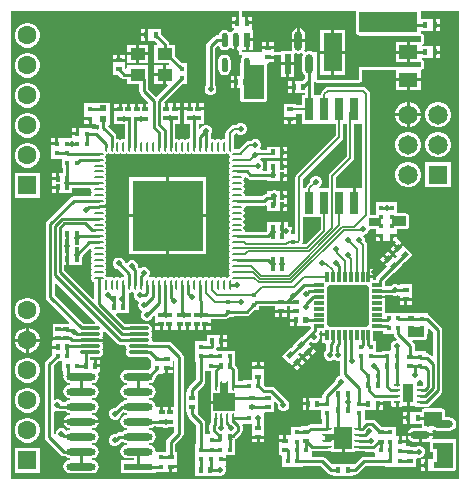
<source format=gtl>
G04*
G04 #@! TF.GenerationSoftware,Altium Limited,Altium Designer,21.6.1 (37)*
G04*
G04 Layer_Physical_Order=1*
G04 Layer_Color=255*
%FSLAX25Y25*%
%MOIN*%
G70*
G04*
G04 #@! TF.SameCoordinates,953C7FF0-8441-463C-8B19-84221F089CF9*
G04*
G04*
G04 #@! TF.FilePolarity,Positive*
G04*
G01*
G75*
%ADD11C,0.00787*%
%ADD13R,0.01575X0.01968*%
%ADD15R,0.01968X0.01575*%
%ADD16R,0.23622X0.23622*%
%ADD17R,0.00876X0.03188*%
G04:AMPARAMS|DCode=18|XSize=31.88mil|YSize=8.76mil|CornerRadius=4.38mil|HoleSize=0mil|Usage=FLASHONLY|Rotation=90.000|XOffset=0mil|YOffset=0mil|HoleType=Round|Shape=RoundedRectangle|*
%AMROUNDEDRECTD18*
21,1,0.03188,0.00000,0,0,90.0*
21,1,0.02312,0.00876,0,0,90.0*
1,1,0.00876,0.00000,0.01156*
1,1,0.00876,0.00000,-0.01156*
1,1,0.00876,0.00000,-0.01156*
1,1,0.00876,0.00000,0.01156*
%
%ADD18ROUNDEDRECTD18*%
G04:AMPARAMS|DCode=19|XSize=8.76mil|YSize=31.88mil|CornerRadius=4.38mil|HoleSize=0mil|Usage=FLASHONLY|Rotation=90.000|XOffset=0mil|YOffset=0mil|HoleType=Round|Shape=RoundedRectangle|*
%AMROUNDEDRECTD19*
21,1,0.00876,0.02312,0,0,90.0*
21,1,0.00000,0.03188,0,0,90.0*
1,1,0.00876,0.01156,0.00000*
1,1,0.00876,0.01156,0.00000*
1,1,0.00876,-0.01156,0.00000*
1,1,0.00876,-0.01156,0.00000*
%
%ADD19ROUNDEDRECTD19*%
%ADD20R,0.03150X0.07480*%
%ADD21R,0.06299X0.12992*%
%ADD22R,0.06299X0.04724*%
G04:AMPARAMS|DCode=23|XSize=15.75mil|YSize=19.68mil|CornerRadius=0mil|HoleSize=0mil|Usage=FLASHONLY|Rotation=315.000|XOffset=0mil|YOffset=0mil|HoleType=Round|Shape=Rectangle|*
%AMROTATEDRECTD23*
4,1,4,-0.01253,-0.00139,0.00139,0.01253,0.01253,0.00139,-0.00139,-0.01253,-0.01253,-0.00139,0.0*
%
%ADD23ROTATEDRECTD23*%

G04:AMPARAMS|DCode=25|XSize=19.68mil|YSize=9.84mil|CornerRadius=1.97mil|HoleSize=0mil|Usage=FLASHONLY|Rotation=0.000|XOffset=0mil|YOffset=0mil|HoleType=Round|Shape=RoundedRectangle|*
%AMROUNDEDRECTD25*
21,1,0.01968,0.00591,0,0,0.0*
21,1,0.01575,0.00984,0,0,0.0*
1,1,0.00394,0.00787,-0.00295*
1,1,0.00394,-0.00787,-0.00295*
1,1,0.00394,-0.00787,0.00295*
1,1,0.00394,0.00787,0.00295*
%
%ADD25ROUNDEDRECTD25*%
G04:AMPARAMS|DCode=26|XSize=35.43mil|YSize=62.99mil|CornerRadius=1.95mil|HoleSize=0mil|Usage=FLASHONLY|Rotation=0.000|XOffset=0mil|YOffset=0mil|HoleType=Round|Shape=RoundedRectangle|*
%AMROUNDEDRECTD26*
21,1,0.03543,0.05909,0,0,0.0*
21,1,0.03154,0.06299,0,0,0.0*
1,1,0.00390,0.01577,-0.02955*
1,1,0.00390,-0.01577,-0.02955*
1,1,0.00390,-0.01577,0.02955*
1,1,0.00390,0.01577,0.02955*
%
%ADD26ROUNDEDRECTD26*%
%ADD27R,0.06530X0.02468*%
G04:AMPARAMS|DCode=28|XSize=65.3mil|YSize=24.68mil|CornerRadius=12.34mil|HoleSize=0mil|Usage=FLASHONLY|Rotation=180.000|XOffset=0mil|YOffset=0mil|HoleType=Round|Shape=RoundedRectangle|*
%AMROUNDEDRECTD28*
21,1,0.06530,0.00000,0,0,180.0*
21,1,0.04063,0.02468,0,0,180.0*
1,1,0.02468,-0.02031,0.00000*
1,1,0.02468,0.02031,0.00000*
1,1,0.02468,0.02031,0.00000*
1,1,0.02468,-0.02031,0.00000*
%
%ADD28ROUNDEDRECTD28*%
G04:AMPARAMS|DCode=29|XSize=97.4mil|YSize=24.49mil|CornerRadius=12.25mil|HoleSize=0mil|Usage=FLASHONLY|Rotation=180.000|XOffset=0mil|YOffset=0mil|HoleType=Round|Shape=RoundedRectangle|*
%AMROUNDEDRECTD29*
21,1,0.09740,0.00000,0,0,180.0*
21,1,0.07291,0.02449,0,0,180.0*
1,1,0.02449,-0.03646,0.00000*
1,1,0.02449,0.03646,0.00000*
1,1,0.02449,0.03646,0.00000*
1,1,0.02449,-0.03646,0.00000*
%
%ADD29ROUNDEDRECTD29*%
%ADD30R,0.09740X0.02449*%
%ADD34R,0.02362X0.01968*%
%ADD35R,0.07244X0.06102*%
%ADD36R,0.00955X0.03188*%
G04:AMPARAMS|DCode=37|XSize=31.88mil|YSize=9.55mil|CornerRadius=4.77mil|HoleSize=0mil|Usage=FLASHONLY|Rotation=90.000|XOffset=0mil|YOffset=0mil|HoleType=Round|Shape=RoundedRectangle|*
%AMROUNDEDRECTD37*
21,1,0.03188,0.00000,0,0,90.0*
21,1,0.02233,0.00955,0,0,90.0*
1,1,0.00955,0.00000,0.01116*
1,1,0.00955,0.00000,-0.01116*
1,1,0.00955,0.00000,-0.01116*
1,1,0.00955,0.00000,0.01116*
%
%ADD37ROUNDEDRECTD37*%
%ADD38R,0.02468X0.06530*%
G04:AMPARAMS|DCode=39|XSize=65.3mil|YSize=24.68mil|CornerRadius=12.34mil|HoleSize=0mil|Usage=FLASHONLY|Rotation=90.000|XOffset=0mil|YOffset=0mil|HoleType=Round|Shape=RoundedRectangle|*
%AMROUNDEDRECTD39*
21,1,0.06530,0.00000,0,0,90.0*
21,1,0.04063,0.02468,0,0,90.0*
1,1,0.02468,0.00000,0.02031*
1,1,0.02468,0.00000,-0.02031*
1,1,0.02468,0.00000,-0.02031*
1,1,0.02468,0.00000,0.02031*
%
%ADD39ROUNDEDRECTD39*%
%ADD40R,0.02095X0.04745*%
G04:AMPARAMS|DCode=41|XSize=47.45mil|YSize=20.95mil|CornerRadius=10.48mil|HoleSize=0mil|Usage=FLASHONLY|Rotation=270.000|XOffset=0mil|YOffset=0mil|HoleType=Round|Shape=RoundedRectangle|*
%AMROUNDEDRECTD41*
21,1,0.04745,0.00000,0,0,270.0*
21,1,0.02650,0.02095,0,0,270.0*
1,1,0.02095,0.00000,-0.01325*
1,1,0.02095,0.00000,0.01325*
1,1,0.02095,0.00000,0.01325*
1,1,0.02095,0.00000,-0.01325*
%
%ADD41ROUNDEDRECTD41*%
%ADD42R,0.06102X0.07244*%
%ADD43R,0.03188X0.00955*%
G04:AMPARAMS|DCode=44|XSize=31.88mil|YSize=9.55mil|CornerRadius=4.77mil|HoleSize=0mil|Usage=FLASHONLY|Rotation=180.000|XOffset=0mil|YOffset=0mil|HoleType=Round|Shape=RoundedRectangle|*
%AMROUNDEDRECTD44*
21,1,0.03188,0.00000,0,0,180.0*
21,1,0.02233,0.00955,0,0,180.0*
1,1,0.00955,-0.01116,0.00000*
1,1,0.00955,0.01116,0.00000*
1,1,0.00955,0.01116,0.00000*
1,1,0.00955,-0.01116,0.00000*
%
%ADD44ROUNDEDRECTD44*%
%ADD46R,0.05118X0.04134*%
%ADD51R,0.01772X0.01772*%
%ADD52R,0.01772X0.01772*%
%ADD53R,0.03347X0.01181*%
G04:AMPARAMS|DCode=54|XSize=137.8mil|YSize=137.8mil|CornerRadius=6.89mil|HoleSize=0mil|Usage=FLASHONLY|Rotation=90.000|XOffset=0mil|YOffset=0mil|HoleType=Round|Shape=RoundedRectangle|*
%AMROUNDEDRECTD54*
21,1,0.13780,0.12402,0,0,90.0*
21,1,0.12402,0.13780,0,0,90.0*
1,1,0.01378,0.06201,0.06201*
1,1,0.01378,0.06201,-0.06201*
1,1,0.01378,-0.06201,-0.06201*
1,1,0.01378,-0.06201,0.06201*
%
%ADD54ROUNDEDRECTD54*%
%ADD55R,0.01181X0.03347*%
%ADD56O,0.06693X0.01181*%
%ADD57C,0.01000*%
%ADD58C,0.00512*%
%ADD59R,0.05118X0.02165*%
%ADD60R,0.02559X0.04528*%
%ADD61R,0.06988X0.11811*%
%ADD62R,0.05906X0.05118*%
%ADD63R,0.05217X0.03642*%
%ADD64R,0.04724X0.03248*%
%ADD65R,0.03839X0.02854*%
%ADD66R,0.19488X0.06988*%
%ADD67R,0.05512X0.07972*%
%ADD68C,0.06299*%
%ADD69R,0.06299X0.06299*%
%ADD70C,0.06496*%
%ADD71R,0.06496X0.06496*%
%ADD72C,0.01968*%
G36*
X515551Y170374D02*
X366142D01*
Y326181D01*
X441992D01*
Y324425D01*
X441937D01*
Y322441D01*
X441437D01*
Y321941D01*
X439650D01*
Y320457D01*
X440499D01*
X440549Y319957D01*
X440244Y319896D01*
X439567Y319444D01*
X439423Y319228D01*
X438923D01*
X438779Y319444D01*
X438102Y319896D01*
X437303Y320055D01*
X436504Y319896D01*
X435827Y319444D01*
X435374Y318766D01*
X435256Y318172D01*
X434654D01*
X434069Y318055D01*
X433573Y317724D01*
X431497Y315648D01*
X431166Y315152D01*
X431049Y314567D01*
Y301572D01*
X430897Y301419D01*
X430594Y300690D01*
Y299901D01*
X430897Y299171D01*
X431455Y298613D01*
X432184Y298311D01*
X432973D01*
X433703Y298613D01*
X434261Y299171D01*
X434563Y299901D01*
Y300690D01*
X434261Y301419D01*
X434108Y301572D01*
Y313933D01*
X434850Y314675D01*
X435329Y314573D01*
X435385Y314503D01*
X435827Y313841D01*
X436504Y313389D01*
X437303Y313230D01*
X438102Y313389D01*
X438779Y313841D01*
X438923Y314057D01*
X439423D01*
X439567Y313841D01*
X440244Y313389D01*
X440543Y313329D01*
Y316642D01*
X441543D01*
Y313300D01*
X441992Y312933D01*
Y312500D01*
X442070Y312110D01*
X442291Y311779D01*
X442622Y311558D01*
X442954Y311492D01*
X443071Y311304D01*
X443179Y310980D01*
X442855Y310495D01*
X442696Y309696D01*
Y309252D01*
X442562Y309052D01*
X442484Y308661D01*
Y304642D01*
X441543D01*
Y302658D01*
Y300673D01*
X442484D01*
Y296850D01*
X442562Y296460D01*
X442783Y296129D01*
X443114Y295908D01*
X443504Y295831D01*
X450492D01*
X450882Y295908D01*
X451213Y296129D01*
X451434Y296460D01*
X451512Y296850D01*
Y308661D01*
X451927Y309138D01*
X453657D01*
Y310425D01*
X451673D01*
Y311425D01*
X453657D01*
Y311480D01*
X456034D01*
Y309161D01*
X458268D01*
X460502D01*
Y311947D01*
X460998Y312216D01*
X461870Y312043D01*
X462742Y312216D01*
X463233Y312164D01*
X463313Y312082D01*
X463379Y311987D01*
X463368Y311564D01*
X463195Y310693D01*
Y306630D01*
X463368Y305759D01*
X463862Y305020D01*
X463943Y304965D01*
Y303704D01*
X463109Y302870D01*
X460835D01*
Y300886D01*
Y298902D01*
X463955D01*
Y298244D01*
X462957D01*
Y294925D01*
X460941D01*
Y295291D01*
X456972D01*
Y291717D01*
Y290854D01*
X458957D01*
X460941D01*
Y292083D01*
X462957D01*
Y288764D01*
X474251D01*
Y284782D01*
X461201Y271732D01*
X460923Y271317D01*
X460826Y270827D01*
Y254346D01*
X460638D01*
Y252461D01*
X459638D01*
Y254346D01*
X458283D01*
Y255921D01*
X456996D01*
Y253937D01*
X455996D01*
Y255921D01*
X451559D01*
Y253441D01*
X451395Y253044D01*
X451034Y252684D01*
X444248D01*
X443931Y253070D01*
X443942Y253123D01*
X443830Y253684D01*
X443547Y254107D01*
X443830Y254531D01*
X443942Y255092D01*
X443830Y255653D01*
X443547Y256076D01*
X443830Y256499D01*
X443942Y257060D01*
X443830Y257621D01*
X443547Y258044D01*
X443830Y258468D01*
X443942Y259029D01*
X443830Y259590D01*
X443547Y260013D01*
X443830Y260436D01*
X443942Y260997D01*
X443929Y261062D01*
X444246Y261449D01*
X450464D01*
X450961Y261547D01*
X451461Y261284D01*
Y259630D01*
X455898D01*
Y261614D01*
X456398D01*
Y262114D01*
X458185D01*
Y262382D01*
X458189D01*
Y263866D01*
X456402D01*
Y264366D01*
X455902D01*
Y266350D01*
X454739D01*
X454237Y266558D01*
X453448D01*
X452946Y266350D01*
X451465D01*
Y265411D01*
X451369D01*
X450783Y265295D01*
X450287Y264963D01*
X449831Y264507D01*
X444251D01*
X443934Y264894D01*
X443942Y264934D01*
X443830Y265495D01*
X443547Y265918D01*
X443830Y266341D01*
X443942Y266903D01*
X443830Y267464D01*
X443547Y267887D01*
X443830Y268310D01*
X443942Y268871D01*
X443830Y269432D01*
X443547Y269855D01*
X443830Y270279D01*
X443904Y270648D01*
X444405Y270845D01*
X444414Y270845D01*
X444785Y270474D01*
X445281Y270142D01*
X445866Y270026D01*
X451461D01*
Y269571D01*
X455898D01*
Y271555D01*
X456398D01*
Y272055D01*
X458185D01*
Y272327D01*
Y273811D01*
X456398D01*
Y274311D01*
X455898D01*
Y276295D01*
X451461D01*
Y273084D01*
X450080D01*
X449889Y273547D01*
X449923Y273581D01*
X450225Y274310D01*
Y275099D01*
X449923Y275829D01*
X449365Y276387D01*
X449291Y276418D01*
X449158Y276986D01*
X449381Y277250D01*
X451461D01*
Y277150D01*
X455898D01*
Y279134D01*
Y281118D01*
X451461D01*
Y280092D01*
X449398D01*
X449206Y280554D01*
X449222Y280569D01*
X449524Y281298D01*
Y282088D01*
X449222Y282817D01*
X448663Y283375D01*
X447934Y283677D01*
X447145D01*
X446415Y283375D01*
X446154Y283114D01*
X445455D01*
X444911Y283006D01*
X444450Y282698D01*
X441932Y280180D01*
X440419D01*
Y282237D01*
X440374Y282463D01*
Y284880D01*
X441041Y285548D01*
X441272D01*
X441494Y285326D01*
X442223Y285024D01*
X443013D01*
X443742Y285326D01*
X444300Y285884D01*
X444602Y286613D01*
Y287403D01*
X444300Y288132D01*
X443742Y288690D01*
X443013Y288992D01*
X442223D01*
X441494Y288690D01*
X441194Y288390D01*
X440453D01*
X439909Y288282D01*
X439448Y287974D01*
X437948Y286474D01*
X437640Y286013D01*
X437532Y285469D01*
Y283988D01*
X437145Y283671D01*
X436984Y283703D01*
X436423Y283591D01*
X436000Y283308D01*
X435577Y283591D01*
X435016Y283703D01*
X434455Y283591D01*
X434031Y283308D01*
X433608Y283591D01*
X433047Y283703D01*
X432995Y283692D01*
X432608Y284009D01*
Y285117D01*
X432773Y285281D01*
X433075Y286011D01*
Y286800D01*
X432773Y287529D01*
X432214Y288088D01*
X431485Y288390D01*
X430696D01*
X429967Y288088D01*
X429408Y287529D01*
X429171Y286957D01*
X428671Y287056D01*
Y288764D01*
X430331D01*
Y291913D01*
Y293201D01*
X428346D01*
Y293701D01*
X427846D01*
Y295488D01*
X426091D01*
Y293701D01*
X425591D01*
Y293201D01*
X423606D01*
Y291913D01*
Y288764D01*
X425612D01*
Y284009D01*
X425226Y283692D01*
X425173Y283703D01*
X424612Y283591D01*
X424189Y283308D01*
X423766Y283591D01*
X423205Y283703D01*
X422644Y283591D01*
X422221Y283308D01*
X421797Y283591D01*
X421236Y283703D01*
X421184Y283692D01*
X420797Y284009D01*
Y288764D01*
X422555D01*
Y291913D01*
Y293201D01*
X420571D01*
Y293701D01*
X420071D01*
Y295488D01*
X419799D01*
Y295488D01*
X418315D01*
Y293701D01*
X417315D01*
Y295583D01*
X417147Y295988D01*
X423210Y302051D01*
X424819D01*
Y305201D01*
Y308972D01*
X423013D01*
X420882Y311104D01*
Y315075D01*
X418852D01*
Y315158D01*
X418736Y315743D01*
X418404Y316239D01*
X416059Y318584D01*
Y320390D01*
X411622D01*
Y318406D01*
Y316421D01*
X413896D01*
X414781Y315537D01*
X414589Y315075D01*
X413764D01*
Y308941D01*
X418654D01*
X418877Y308662D01*
X418667Y308185D01*
X417823D01*
Y305118D01*
Y302051D01*
X418231D01*
X418422Y301589D01*
X414419Y297586D01*
X411856Y300149D01*
Y303551D01*
X411827Y303699D01*
Y308185D01*
X404709D01*
Y307328D01*
X404214Y307105D01*
X403953Y307308D01*
Y309441D01*
X401968D01*
X399984D01*
Y308154D01*
Y305004D01*
X401790D01*
X402757Y304037D01*
X403253Y303705D01*
X403839Y303589D01*
X404709D01*
Y302051D01*
X408797D01*
Y299516D01*
X408914Y298931D01*
X409245Y298434D01*
X411790Y295890D01*
X411583Y295390D01*
X411228D01*
Y293602D01*
X410228D01*
Y295390D01*
X408472D01*
Y293602D01*
X407472D01*
Y295390D01*
X405693D01*
Y293602D01*
X404693D01*
Y295390D01*
X402961D01*
Y293602D01*
X402461D01*
Y293102D01*
X400476D01*
Y291815D01*
Y288665D01*
X402957D01*
X403432Y288469D01*
X403959D01*
Y284009D01*
X403572Y283692D01*
X403520Y283703D01*
X402959Y283591D01*
X402535Y283308D01*
X402112Y283591D01*
X401551Y283703D01*
X401499Y283692D01*
X401112Y284009D01*
Y284576D01*
X400996Y285161D01*
X400664Y285657D01*
X398550Y287772D01*
X398757Y288272D01*
X399031D01*
Y291815D01*
Y295783D01*
X394669D01*
Y295783D01*
X394307Y295488D01*
X390535D01*
Y291717D01*
Y290953D01*
X392421D01*
Y290453D01*
X392921D01*
Y288567D01*
X394292D01*
X394669Y288272D01*
X394669Y288272D01*
X394669Y288272D01*
X395321D01*
Y287308D01*
X395364Y287090D01*
X395147Y286897D01*
X394920Y286759D01*
X394392Y286864D01*
X393224D01*
Y287221D01*
X388689D01*
Y285335D01*
X388189D01*
Y284835D01*
X386303D01*
Y283972D01*
X386121D01*
X385883Y283874D01*
X381898D01*
Y281988D01*
X381398D01*
Y281488D01*
X379512D01*
Y280102D01*
Y276953D01*
X382957D01*
Y273803D01*
X383264D01*
Y272358D01*
X382095D01*
Y270374D01*
X381594D01*
Y269874D01*
X379807D01*
Y268390D01*
Y268118D01*
X381594D01*
Y267618D01*
X382095D01*
Y265634D01*
X386531D01*
Y267404D01*
X392331D01*
X392648Y267017D01*
X392625Y266903D01*
X392737Y266341D01*
X393020Y265918D01*
X392737Y265495D01*
X392625Y264934D01*
X392636Y264881D01*
X392318Y264495D01*
X386981D01*
X386396Y264378D01*
X385900Y264047D01*
X378151Y256298D01*
X377819Y255802D01*
X377703Y255217D01*
Y231004D01*
X377819Y230419D01*
X378151Y229923D01*
X385548Y222525D01*
X385357Y222063D01*
X382465D01*
Y222063D01*
X379906D01*
Y218488D01*
Y217626D01*
X381890D01*
Y216626D01*
X379906D01*
Y216256D01*
X379807D01*
Y214772D01*
X381594D01*
Y213772D01*
X379807D01*
Y213303D01*
X379709D01*
Y211694D01*
X377749Y209735D01*
X377418Y209239D01*
X377301Y208653D01*
Y184260D01*
X377418Y183675D01*
X377749Y183178D01*
X382600Y178328D01*
X383096Y177997D01*
X383681Y177880D01*
X384141D01*
X384191Y177806D01*
X384927Y177314D01*
X385679Y177164D01*
Y176655D01*
X384927Y176505D01*
X384191Y176013D01*
X383699Y175277D01*
X383527Y174409D01*
X383699Y173541D01*
X384191Y172806D01*
X384927Y172314D01*
X385795Y172141D01*
X393086D01*
X393954Y172314D01*
X394690Y172806D01*
X395182Y173541D01*
X395354Y174409D01*
X395182Y175277D01*
X394690Y176013D01*
X393954Y176505D01*
X393202Y176655D01*
Y177164D01*
X393954Y177314D01*
X394690Y177806D01*
X395182Y178541D01*
X395354Y179409D01*
X395182Y180278D01*
X394690Y181013D01*
X393954Y181505D01*
X393202Y181655D01*
Y182164D01*
X393954Y182314D01*
X394690Y182806D01*
X395182Y183541D01*
X395354Y184409D01*
X395182Y185277D01*
X394690Y186013D01*
X393954Y186505D01*
X393202Y186654D01*
Y187164D01*
X393954Y187314D01*
X394690Y187806D01*
X395182Y188541D01*
X395255Y188909D01*
X389440D01*
X383626D01*
X383699Y188541D01*
X384191Y187806D01*
X384927Y187314D01*
X385679Y187164D01*
Y186654D01*
X384927Y186505D01*
X384561Y186260D01*
X384556Y186262D01*
X383998Y186820D01*
X383269Y187122D01*
X382479D01*
X381750Y186820D01*
X381192Y186262D01*
X380925Y185617D01*
X380597Y185439D01*
X380390Y185373D01*
X380360Y185393D01*
Y192664D01*
X380860Y192998D01*
X381101Y192898D01*
X381891D01*
X381972Y192931D01*
X382231Y192880D01*
X384141D01*
X384191Y192806D01*
X384927Y192314D01*
X385679Y192164D01*
Y191655D01*
X384927Y191505D01*
X384191Y191013D01*
X383699Y190278D01*
X383626Y189909D01*
X389440D01*
X395255D01*
X395182Y190278D01*
X394690Y191013D01*
X393954Y191505D01*
X393202Y191655D01*
Y192164D01*
X393954Y192314D01*
X394690Y192806D01*
X395182Y193541D01*
X395354Y194409D01*
X395182Y195278D01*
X394690Y196013D01*
X393954Y196505D01*
X393202Y196654D01*
Y197164D01*
X393954Y197314D01*
X394690Y197806D01*
X395182Y198541D01*
X395354Y199409D01*
X395182Y200277D01*
X394690Y201013D01*
X393954Y201505D01*
X393202Y201655D01*
Y202164D01*
X393954Y202314D01*
X394690Y202806D01*
X395182Y203541D01*
X395354Y204409D01*
X395182Y205277D01*
X394975Y205587D01*
X395242Y206087D01*
X395882D01*
Y207571D01*
X394094D01*
Y208071D01*
X393595D01*
Y210055D01*
X392474D01*
Y210977D01*
X395276D01*
X395896Y211100D01*
X396422Y211452D01*
X396774Y211978D01*
X396897Y212598D01*
X396774Y213219D01*
X396531Y213583D01*
X396774Y213946D01*
X396897Y214567D01*
X396774Y215188D01*
X396531Y215551D01*
X396774Y215915D01*
X396798Y216035D01*
X395941D01*
X395896Y216065D01*
X395276Y216189D01*
X392520D01*
Y216882D01*
X395276D01*
X395896Y217005D01*
X395941Y217035D01*
X396798D01*
X396774Y217156D01*
X396531Y217520D01*
X396774Y217883D01*
X396897Y218504D01*
X396792Y219032D01*
X396855Y219200D01*
X397038Y219282D01*
X397490Y219272D01*
X401308Y215454D01*
X401804Y215123D01*
X402389Y215006D01*
X403977D01*
X404294Y214619D01*
X404284Y214567D01*
X404407Y213946D01*
X404650Y213583D01*
X404407Y213219D01*
X404284Y212598D01*
X404407Y211978D01*
X404759Y211452D01*
X405285Y211100D01*
X405905Y210977D01*
X411417D01*
X411707Y211034D01*
X411901D01*
X412878Y210058D01*
Y207462D01*
X412094Y206678D01*
X404819D01*
X403951Y206505D01*
X403215Y206013D01*
X402723Y205277D01*
X402551Y204409D01*
X402723Y203541D01*
X403215Y202806D01*
X403951Y202314D01*
X404703Y202164D01*
Y201655D01*
X403951Y201505D01*
X403215Y201013D01*
X402723Y200277D01*
X402551Y199409D01*
X402723Y198541D01*
X403215Y197806D01*
X403951Y197314D01*
X404703Y197164D01*
Y196654D01*
X403951Y196505D01*
X403215Y196013D01*
X403097Y195837D01*
X403067D01*
X402482Y195721D01*
X401986Y195389D01*
X400609Y194012D01*
X400393D01*
X399663Y193710D01*
X399105Y193151D01*
X398803Y192422D01*
Y191633D01*
X399105Y190904D01*
X399663Y190345D01*
X400393Y190043D01*
X401182D01*
X401911Y190345D01*
X402470Y190904D01*
X402772Y191633D01*
Y191849D01*
X403523Y192600D01*
X403951Y192314D01*
X404703Y192164D01*
Y191655D01*
X403951Y191505D01*
X403215Y191013D01*
X402723Y190278D01*
X402551Y189409D01*
X402723Y188541D01*
X403215Y187806D01*
X403951Y187314D01*
X404703Y187164D01*
Y186654D01*
X403951Y186505D01*
X403215Y186013D01*
X403101Y185842D01*
X402094D01*
X401509Y185726D01*
X401013Y185394D01*
X400772Y185153D01*
X400294D01*
X399565Y184851D01*
X399007Y184293D01*
X398705Y183564D01*
Y182775D01*
X399007Y182045D01*
X399565Y181487D01*
X400294Y181185D01*
X401084D01*
X401813Y181487D01*
X402371Y182045D01*
X402641Y182696D01*
X402728Y182783D01*
X403249D01*
X403951Y182314D01*
X404703Y182164D01*
Y181655D01*
X403951Y181505D01*
X403215Y181013D01*
X402723Y180278D01*
X402551Y179409D01*
X402723Y178541D01*
X403215Y177806D01*
X403951Y177314D01*
X404819Y177141D01*
X406935D01*
Y176634D01*
X402594D01*
Y172185D01*
X414335D01*
Y172524D01*
X417929D01*
Y172622D01*
X418791D01*
Y174409D01*
X419291D01*
Y174909D01*
X421276D01*
Y175772D01*
Y179347D01*
X420821D01*
Y182044D01*
X423129Y184352D01*
X423460Y184848D01*
X423577Y185433D01*
Y211024D01*
X423460Y211609D01*
X423129Y212105D01*
X419585Y215648D01*
X419089Y215980D01*
X418504Y216096D01*
X413346D01*
X413029Y216483D01*
X413039Y216535D01*
X412916Y217156D01*
X412673Y217520D01*
X412916Y217883D01*
X413039Y218504D01*
X412916Y219125D01*
X412673Y219488D01*
X412916Y219852D01*
X413039Y220472D01*
X412916Y221093D01*
X412564Y221619D01*
X412038Y221971D01*
X411417Y222094D01*
X405905D01*
X405441Y222002D01*
X404177D01*
X401066Y225113D01*
X401257Y225575D01*
X405331D01*
Y228331D01*
Y231908D01*
X405475Y232346D01*
X405771Y232442D01*
X406049Y232498D01*
X406472Y232780D01*
X406896Y232498D01*
X407081Y232152D01*
X406972Y231891D01*
Y231101D01*
X407274Y230372D01*
X407833Y229814D01*
X408346Y229601D01*
X408565Y229477D01*
X408602Y229012D01*
X408449Y228643D01*
Y227853D01*
X408751Y227124D01*
X409309Y226566D01*
X409530Y226474D01*
X409708Y225960D01*
X409433Y225296D01*
Y224507D01*
X409735Y223778D01*
X410293Y223219D01*
X411023Y222917D01*
X411812D01*
X412541Y223219D01*
X413099Y223778D01*
X413402Y224507D01*
Y224658D01*
X413681Y224881D01*
X414157Y224671D01*
Y222350D01*
X416142D01*
Y221850D01*
X416642D01*
Y220063D01*
X418398D01*
Y221850D01*
X419398D01*
Y220063D01*
X420882D01*
Y220091D01*
X421744D01*
Y221878D01*
X422744D01*
Y220091D01*
X423016D01*
Y220063D01*
X424500D01*
Y221850D01*
X425500D01*
Y220063D01*
X425969D01*
Y220063D01*
X427453D01*
Y221850D01*
X428453D01*
Y220063D01*
X430209D01*
Y221850D01*
X430709D01*
Y222350D01*
X432693D01*
Y223471D01*
X437303D01*
X437888Y223587D01*
X438385Y223919D01*
X438663Y224197D01*
X440272D01*
Y224553D01*
X444587D01*
X445172Y224670D01*
X445668Y225001D01*
X447226Y226559D01*
X448835D01*
Y227801D01*
X454020D01*
Y226681D01*
X456004D01*
X457988D01*
Y227801D01*
X458941D01*
Y226681D01*
X460925D01*
Y225681D01*
X458941D01*
Y224394D01*
X459236D01*
Y223630D01*
X461024D01*
Y223130D01*
X461524D01*
Y221146D01*
X465512D01*
X465966Y221076D01*
X465998Y220661D01*
Y220450D01*
X463006Y217458D01*
X462873Y217591D01*
X460067Y214785D01*
X460200Y214651D01*
X459512Y213964D01*
X459329Y214146D01*
X456523Y211340D01*
X458750Y209113D01*
X459661Y208202D01*
X461064Y209606D01*
X462467Y211009D01*
X461675Y211801D01*
X462363Y212489D01*
X463204Y211647D01*
X464607Y213050D01*
X466010Y214454D01*
X465169Y215295D01*
X465959Y216085D01*
X466010Y216034D01*
X466739Y215732D01*
X467528D01*
X468258Y216034D01*
X468816Y216593D01*
X469118Y217322D01*
Y218111D01*
X468816Y218841D01*
X468734Y218922D01*
X468940Y219231D01*
X469008Y219571D01*
X469866D01*
Y218905D01*
X471457D01*
Y217905D01*
X469866D01*
Y215732D01*
X470883D01*
X471199Y215347D01*
Y213383D01*
X470652Y212837D01*
X470350Y212107D01*
Y211318D01*
X470652Y210589D01*
X471211Y210030D01*
X471940Y209728D01*
X472729D01*
X473459Y210030D01*
X473713Y210284D01*
X473967Y210030D01*
X474696Y209728D01*
X475485D01*
X475833Y209496D01*
Y205240D01*
X475852Y205142D01*
X475590Y204642D01*
X475489Y204600D01*
X474860Y204340D01*
X474302Y203782D01*
X474000Y203052D01*
Y202836D01*
X470277Y199113D01*
X470277Y199113D01*
X470277Y199113D01*
X469945Y198617D01*
X469829Y198031D01*
Y197358D01*
X465559D01*
Y195374D01*
Y193390D01*
X469472D01*
Y190339D01*
X469876D01*
Y188537D01*
X465945D01*
X465360Y188421D01*
X464863Y188089D01*
X464585Y187811D01*
X462583D01*
Y187713D01*
X459531D01*
Y185249D01*
X459268Y184858D01*
X457783D01*
Y183071D01*
X457283D01*
Y182571D01*
X455299D01*
Y181283D01*
Y178134D01*
X455910D01*
X456382Y178067D01*
Y174295D01*
X463303D01*
Y174652D01*
X469150D01*
X471655Y172147D01*
X472151Y171815D01*
X472736Y171699D01*
X473409D01*
Y171244D01*
X480134D01*
Y171699D01*
X480807D01*
X481392Y171815D01*
X481888Y172147D01*
X484393Y174652D01*
X490634D01*
Y174295D01*
X497555D01*
Y174394D01*
X501197D01*
Y177073D01*
X501606Y177445D01*
X502396D01*
X503125Y177747D01*
X503683Y178305D01*
X503985Y179034D01*
Y179824D01*
X503683Y180553D01*
X503125Y181111D01*
X502396Y181413D01*
X501606D01*
X500893Y181118D01*
X499105D01*
X498917Y181155D01*
X497653D01*
Y182275D01*
X495768D01*
Y182775D01*
X495268D01*
Y184661D01*
X494406D01*
Y187713D01*
X490634D01*
Y187614D01*
X489549D01*
X487589Y189574D01*
X487093Y189905D01*
X486508Y190022D01*
X484591D01*
X484251Y189954D01*
X483972Y190408D01*
Y193390D01*
X487886D01*
Y195374D01*
X488386D01*
Y195874D01*
X490173D01*
Y196305D01*
X492658D01*
X492776Y196161D01*
Y195571D01*
X492869Y195104D01*
X493133Y194708D01*
X493529Y194444D01*
X493996Y194351D01*
X494283D01*
Y195866D01*
X495284D01*
Y194351D01*
X495571D01*
X496038Y194444D01*
X496434Y194708D01*
X496462Y194751D01*
X496481Y194739D01*
X496947Y194646D01*
X498024D01*
Y198819D01*
X499024D01*
Y194646D01*
X500100D01*
X500567Y194739D01*
X500585Y194751D01*
X500613Y194708D01*
X501009Y194444D01*
X501476Y194351D01*
X502194D01*
X502264Y194337D01*
X504331D01*
X504916Y194453D01*
X505412Y194785D01*
X509385Y198757D01*
X509716Y199253D01*
X509832Y199839D01*
Y219983D01*
X509716Y220569D01*
X509385Y221065D01*
X505886Y224564D01*
X505389Y224895D01*
X505035Y224966D01*
Y225606D01*
X497327D01*
X497327Y225606D01*
X497063Y225705D01*
Y225705D01*
X496868Y225705D01*
X490665D01*
Y230626D01*
X487992D01*
Y231382D01*
X490665D01*
Y231534D01*
X492924D01*
X492971Y231487D01*
X493700Y231185D01*
X494489D01*
X495154Y231460D01*
X495432Y231354D01*
X495653Y231215D01*
Y230716D01*
X497638D01*
X499622D01*
Y231579D01*
Y235154D01*
X495653D01*
Y235085D01*
X495554Y235032D01*
X495154Y234878D01*
X494489Y235154D01*
X493700D01*
X492971Y234852D01*
X492711Y234592D01*
X491026D01*
X490695Y235032D01*
Y236108D01*
X493558Y238971D01*
X493758Y238770D01*
X496565Y241576D01*
X496364Y241777D01*
X497052Y242465D01*
X497234Y242283D01*
X500040Y245089D01*
X497513Y247616D01*
X496903Y248226D01*
X495500Y246823D01*
X494097Y245420D01*
X494889Y244628D01*
X494201Y243940D01*
X493427Y244714D01*
X492024Y243311D01*
X490621Y241908D01*
X491395Y241134D01*
X488084Y237823D01*
X487752Y237327D01*
X487636Y236741D01*
Y236531D01*
X486827D01*
Y237197D01*
X485236D01*
Y237697D01*
X484858D01*
Y240370D01*
X484689D01*
Y248302D01*
X484581Y248846D01*
X484272Y249307D01*
X484071Y249509D01*
Y250198D01*
X483769Y250927D01*
X483538Y251157D01*
X483745Y251658D01*
X483761D01*
X484490Y251960D01*
X485048Y252518D01*
X485350Y253247D01*
Y253279D01*
X485630Y253508D01*
X487583D01*
Y251878D01*
X489468D01*
Y251378D01*
X489968D01*
Y249492D01*
X491126D01*
Y249492D01*
X492512D01*
Y251378D01*
X493012D01*
Y251878D01*
X494898D01*
Y253508D01*
X497736D01*
X498126Y253586D01*
X498457Y253807D01*
X498678Y254137D01*
X498756Y254528D01*
Y257776D01*
X498678Y258166D01*
X498457Y258496D01*
X498126Y258718D01*
X497736Y258795D01*
X494898D01*
Y262516D01*
X491873D01*
X491635Y262614D01*
X490845D01*
X490608Y262516D01*
X487583D01*
Y258401D01*
X485808D01*
X485788Y258425D01*
Y298563D01*
X485691Y299053D01*
X485413Y299468D01*
X484370Y300512D01*
X483955Y300789D01*
X483465Y300887D01*
X471654D01*
X471164Y300789D01*
X470748Y300512D01*
X469626Y299390D01*
X469348Y298974D01*
X469251Y298484D01*
Y298244D01*
X467014D01*
Y302533D01*
X467370Y302676D01*
X467514Y302707D01*
X467818Y302503D01*
X468209Y302425D01*
X482087D01*
X482477Y302503D01*
X482808Y302724D01*
X483029Y303055D01*
X483106Y303445D01*
Y306756D01*
X494374D01*
Y303945D01*
X498524D01*
X502673D01*
Y306759D01*
X503048Y306834D01*
X503378Y307055D01*
X503600Y307385D01*
X503677Y307776D01*
Y309138D01*
X503600Y309528D01*
X503378Y309859D01*
X503144Y310016D01*
X503222Y310504D01*
X503227Y310516D01*
X506783D01*
Y312500D01*
Y314484D01*
X503227D01*
X503222Y314496D01*
X503144Y314984D01*
X503378Y315141D01*
X503600Y315472D01*
X503677Y315862D01*
Y317815D01*
X503600Y318205D01*
X503378Y318536D01*
X503048Y318757D01*
X502673Y318831D01*
Y319571D01*
X506783D01*
Y321555D01*
Y323539D01*
X502673D01*
Y324917D01*
X502594D01*
Y326181D01*
X515551D01*
Y170374D01*
D02*
G37*
G36*
X481067Y319193D02*
X481145Y318803D01*
X481366Y318472D01*
X481696Y318251D01*
X482087Y318173D01*
Y317815D01*
X502658D01*
Y315862D01*
X499024D01*
Y312500D01*
Y309138D01*
X502658D01*
Y307776D01*
X482087D01*
Y303445D01*
X468209D01*
Y312500D01*
X466788D01*
X466344Y312797D01*
X465472Y312970D01*
X464601Y312797D01*
X464390Y312656D01*
X464087Y312720D01*
X463851Y313265D01*
X463974Y313449D01*
X464148Y314321D01*
Y315852D01*
X461870D01*
X459592D01*
Y314321D01*
X459766Y313449D01*
X459820Y313368D01*
X459585Y312927D01*
X456034D01*
Y312500D01*
X453657D01*
Y313575D01*
X451673D01*
X449689D01*
Y312500D01*
X443012D01*
Y313270D01*
X444283D01*
Y316642D01*
X444783D01*
Y317143D01*
X446831D01*
Y320015D01*
X446515D01*
X446374Y320457D01*
X446374D01*
Y321941D01*
X444587D01*
Y322441D01*
X444087D01*
Y324425D01*
X443012D01*
Y326181D01*
X481067D01*
Y319193D01*
D02*
G37*
G36*
X436423Y278570D02*
X436984Y278459D01*
X437545Y278570D01*
X437968Y278853D01*
X438392Y278570D01*
X438740Y278501D01*
X438809Y278152D01*
X439092Y277729D01*
X438809Y277306D01*
X438698Y276745D01*
X438809Y276184D01*
X439092Y275761D01*
X438809Y275338D01*
X438698Y274777D01*
X438809Y274216D01*
X439092Y273792D01*
X438809Y273369D01*
X438698Y272808D01*
X438809Y272247D01*
X439092Y271824D01*
X438809Y271401D01*
X438698Y270840D01*
X438809Y270279D01*
X439092Y269855D01*
X438809Y269432D01*
X438698Y268871D01*
X438809Y268310D01*
X439092Y267887D01*
X438809Y267464D01*
X438698Y266903D01*
X438809Y266341D01*
X439092Y265918D01*
X438809Y265495D01*
X438698Y264934D01*
X438809Y264373D01*
X439092Y263950D01*
X438809Y263527D01*
X438698Y262965D01*
X438809Y262404D01*
X439092Y261981D01*
X438809Y261558D01*
X438698Y260997D01*
X438809Y260436D01*
X439092Y260013D01*
X438809Y259590D01*
X438698Y259029D01*
X438809Y258468D01*
X439092Y258044D01*
X438809Y257621D01*
X438698Y257060D01*
X438809Y256499D01*
X439092Y256076D01*
X438809Y255653D01*
X438698Y255092D01*
X438809Y254531D01*
X439092Y254107D01*
X438809Y253684D01*
X438698Y253123D01*
X438809Y252562D01*
X439092Y252139D01*
X438809Y251716D01*
X438698Y251154D01*
X438809Y250593D01*
X439092Y250170D01*
X438809Y249747D01*
X438698Y249186D01*
X438809Y248625D01*
X439092Y248202D01*
X438809Y247779D01*
X438698Y247217D01*
X438809Y246656D01*
X439092Y246233D01*
X438809Y245810D01*
X438698Y245249D01*
X438809Y244688D01*
X439092Y244265D01*
X438809Y243842D01*
X438698Y243281D01*
X438809Y242719D01*
X439092Y242296D01*
X438809Y241873D01*
X438698Y241312D01*
X438809Y240751D01*
X439092Y240328D01*
X438809Y239905D01*
X438698Y239344D01*
X438809Y238782D01*
X439092Y238359D01*
X438809Y237936D01*
X438740Y237587D01*
X438392Y237518D01*
X437968Y237235D01*
X437545Y237518D01*
X436984Y237630D01*
X436423Y237518D01*
X436000Y237235D01*
X435577Y237518D01*
X435016Y237630D01*
X434455Y237518D01*
X434031Y237235D01*
X433608Y237518D01*
X433047Y237630D01*
X432486Y237518D01*
X432063Y237235D01*
X431640Y237518D01*
X431079Y237630D01*
X430518Y237518D01*
X430094Y237235D01*
X429671Y237518D01*
X429110Y237630D01*
X428549Y237518D01*
X428126Y237235D01*
X427703Y237518D01*
X427142Y237630D01*
X426581Y237518D01*
X426158Y237235D01*
X425734Y237518D01*
X425173Y237630D01*
X424612Y237518D01*
X424189Y237235D01*
X423766Y237518D01*
X423205Y237630D01*
X422644Y237518D01*
X422221Y237235D01*
X421797Y237518D01*
X421236Y237630D01*
X420675Y237518D01*
X420252Y237235D01*
X419829Y237518D01*
X419268Y237630D01*
X418707Y237518D01*
X418283Y237235D01*
X417860Y237518D01*
X417299Y237630D01*
X416738Y237518D01*
X416315Y237235D01*
X415892Y237518D01*
X415331Y237630D01*
X414770Y237518D01*
X414346Y237235D01*
X413923Y237518D01*
X413362Y237630D01*
X412801Y237518D01*
X412720Y237464D01*
X412463Y237532D01*
X412285Y237752D01*
X412163Y238108D01*
X412319Y238483D01*
Y239273D01*
X412017Y240002D01*
X411459Y240560D01*
X410729Y240862D01*
X409940D01*
X409319Y240605D01*
X409201Y240563D01*
X408677Y240734D01*
X408538Y240941D01*
X408413Y241066D01*
Y241544D01*
X408111Y242274D01*
X407553Y242832D01*
X406824Y243134D01*
X406034D01*
X405305Y242832D01*
X404747Y242274D01*
X404234Y242194D01*
X403953Y242439D01*
Y242521D01*
X403651Y243250D01*
X403092Y243808D01*
X402363Y244110D01*
X401574D01*
X400844Y243808D01*
X400286Y243250D01*
X399984Y242521D01*
Y241731D01*
X400286Y241002D01*
X400844Y240444D01*
X401574Y240142D01*
X401790D01*
X403724Y238207D01*
X403703Y238087D01*
X403520Y237630D01*
X402959Y237518D01*
X402535Y237235D01*
X402112Y237518D01*
X401551Y237630D01*
X400990Y237518D01*
X400567Y237235D01*
X400144Y237518D01*
X399583Y237630D01*
X399128Y237539D01*
X399052Y237602D01*
Y237602D01*
X397824D01*
X397757Y237936D01*
X397475Y238359D01*
X397757Y238782D01*
X397869Y239344D01*
X397757Y239905D01*
X397475Y240328D01*
X397757Y240751D01*
X397869Y241312D01*
X397757Y241873D01*
X397475Y242296D01*
X397757Y242719D01*
X397869Y243281D01*
X397757Y243842D01*
X397475Y244265D01*
X397757Y244688D01*
X397869Y245249D01*
X397757Y245810D01*
X397475Y246233D01*
X397757Y246656D01*
X397869Y247217D01*
X397757Y247779D01*
X397475Y248202D01*
X397757Y248625D01*
X397869Y249186D01*
X397757Y249747D01*
X397475Y250170D01*
X397757Y250593D01*
X397869Y251154D01*
X397757Y251716D01*
X397475Y252139D01*
X397757Y252562D01*
X397869Y253123D01*
X397757Y253684D01*
X397475Y254107D01*
X397757Y254531D01*
X397869Y255092D01*
X397757Y255653D01*
X397475Y256076D01*
X397757Y256499D01*
X397869Y257060D01*
X397757Y257621D01*
X397475Y258044D01*
X397757Y258468D01*
X397869Y259029D01*
X397757Y259590D01*
X397475Y260013D01*
X397757Y260436D01*
X397769Y260497D01*
X395247D01*
Y261436D01*
X395554Y261497D01*
X397769D01*
X397757Y261558D01*
X397475Y261981D01*
X397757Y262404D01*
X397869Y262965D01*
X397757Y263527D01*
X397475Y263950D01*
X397757Y264373D01*
X397869Y264934D01*
X397757Y265495D01*
X397475Y265918D01*
X397757Y266341D01*
X397869Y266903D01*
X397757Y267464D01*
X397475Y267887D01*
X397757Y268310D01*
X397869Y268871D01*
X397757Y269432D01*
X397475Y269855D01*
X397757Y270279D01*
X397869Y270840D01*
X397757Y271401D01*
X397475Y271824D01*
X397757Y272247D01*
X397869Y272808D01*
X397757Y273369D01*
X397475Y273792D01*
X397757Y274216D01*
X397869Y274777D01*
X397757Y275338D01*
X397475Y275761D01*
X397757Y276184D01*
X397869Y276745D01*
X397757Y277306D01*
X397475Y277729D01*
X397757Y278152D01*
X397827Y278501D01*
X398175Y278570D01*
X398598Y278853D01*
X399022Y278570D01*
X399583Y278459D01*
X400144Y278570D01*
X400567Y278853D01*
X400990Y278570D01*
X401551Y278459D01*
X402112Y278570D01*
X402535Y278853D01*
X402959Y278570D01*
X403520Y278459D01*
X404081Y278570D01*
X404504Y278853D01*
X404927Y278570D01*
X405488Y278459D01*
X406049Y278570D01*
X406472Y278853D01*
X406896Y278570D01*
X407457Y278459D01*
X408018Y278570D01*
X408441Y278853D01*
X408864Y278570D01*
X409425Y278459D01*
X409986Y278570D01*
X410409Y278853D01*
X410833Y278570D01*
X411394Y278459D01*
X411955Y278570D01*
X412378Y278853D01*
X412801Y278570D01*
X413362Y278459D01*
X413923Y278570D01*
X414346Y278853D01*
X414770Y278570D01*
X415331Y278459D01*
X415892Y278570D01*
X416315Y278853D01*
X416738Y278570D01*
X417299Y278459D01*
X417860Y278570D01*
X418283Y278853D01*
X418707Y278570D01*
X419268Y278459D01*
X419829Y278570D01*
X420252Y278853D01*
X420675Y278570D01*
X421236Y278459D01*
X421797Y278570D01*
X422221Y278853D01*
X422644Y278570D01*
X423205Y278459D01*
X423766Y278570D01*
X424189Y278853D01*
X424612Y278570D01*
X425173Y278459D01*
X425734Y278570D01*
X426158Y278853D01*
X426581Y278570D01*
X427142Y278459D01*
X427703Y278570D01*
X428126Y278853D01*
X428549Y278570D01*
X429110Y278459D01*
X429671Y278570D01*
X430094Y278853D01*
X430518Y278570D01*
X431079Y278459D01*
X431640Y278570D01*
X432063Y278853D01*
X432486Y278570D01*
X433047Y278459D01*
X433608Y278570D01*
X434031Y278853D01*
X434455Y278570D01*
X435016Y278459D01*
X435577Y278570D01*
X436000Y278853D01*
X436423Y278570D01*
D02*
G37*
G36*
X477932Y277881D02*
X472284Y272233D01*
X472006Y271817D01*
X471909Y271327D01*
Y267142D01*
X468781D01*
X468681Y267642D01*
X468841Y267708D01*
X469399Y268266D01*
X469701Y268995D01*
Y269784D01*
X469399Y270514D01*
X468841Y271072D01*
X468111Y271374D01*
X467322D01*
X466593Y271072D01*
X466034Y270514D01*
X465732Y269784D01*
Y269216D01*
X464626Y268110D01*
X464349Y267695D01*
X464251Y267205D01*
Y267142D01*
X463387D01*
Y270296D01*
X476437Y283347D01*
X476715Y283762D01*
X476812Y284252D01*
Y288764D01*
X477932D01*
Y277881D01*
D02*
G37*
G36*
X483106Y288764D02*
X483227Y288314D01*
Y267592D01*
X483106Y267142D01*
X481032D01*
Y262402D01*
X480031D01*
Y267142D01*
X474470D01*
Y270797D01*
X480118Y276445D01*
X480396Y276861D01*
X480493Y277351D01*
Y288764D01*
X483106D01*
D02*
G37*
G36*
X469251Y253444D02*
X464305Y248498D01*
X463245D01*
X463079Y248998D01*
X463289Y249313D01*
X463387Y249803D01*
Y257661D01*
X469251D01*
Y253444D01*
D02*
G37*
G36*
X392687Y246904D02*
X392737Y246656D01*
X393020Y246233D01*
X392737Y245810D01*
X392625Y245249D01*
X392737Y244688D01*
X393020Y244265D01*
X392737Y243842D01*
X392625Y243281D01*
X392737Y242719D01*
X393020Y242296D01*
X392737Y241873D01*
X392625Y241312D01*
X392737Y240751D01*
X393020Y240328D01*
X392737Y239905D01*
X392625Y239344D01*
X392737Y238782D01*
X393020Y238359D01*
X392737Y237936D01*
X392625Y237375D01*
X392737Y236814D01*
X393055Y236338D01*
X393530Y236020D01*
X393718Y235983D01*
Y230555D01*
X393256Y230364D01*
X383785Y239834D01*
Y241717D01*
X384343D01*
Y243701D01*
X385343D01*
Y241717D01*
X389779D01*
Y244209D01*
X389976Y244684D01*
Y244900D01*
X392145Y247069D01*
X392687Y246904D01*
D02*
G37*
G36*
X394206Y222556D02*
X394015Y222094D01*
X390305D01*
X380762Y231637D01*
Y235347D01*
X381224Y235539D01*
X394206Y222556D01*
D02*
G37*
G36*
X490142Y218685D02*
X493648D01*
Y218602D01*
X493764Y218017D01*
X494096Y217521D01*
X494664Y216953D01*
X494457Y216453D01*
X494192D01*
X493463Y216151D01*
X492904Y215593D01*
X492602Y214863D01*
Y214074D01*
X492796Y213606D01*
X492489Y213106D01*
X489650D01*
Y212750D01*
X487811D01*
Y216256D01*
X486827D01*
Y219571D01*
X490142D01*
Y218685D01*
D02*
G37*
G36*
X506774Y219350D02*
Y211495D01*
X506312Y211304D01*
X505829Y211786D01*
X505333Y212118D01*
X504748Y212234D01*
X504248D01*
Y212909D01*
X500742D01*
Y214567D01*
X500626Y215152D01*
X500294Y215648D01*
X499806Y216137D01*
X499997Y216599D01*
X503839D01*
X504229Y216676D01*
X504560Y216897D01*
X504781Y217228D01*
X504858Y217618D01*
Y218685D01*
X505035D01*
Y220435D01*
X505497Y220626D01*
X506774Y219350D01*
D02*
G37*
G36*
X383055Y206185D02*
X383412D01*
Y205656D01*
X383528Y205070D01*
X383628Y204920D01*
X383527Y204409D01*
X383699Y203541D01*
X384191Y202806D01*
X384927Y202314D01*
X385679Y202164D01*
Y201655D01*
X384927Y201505D01*
X384191Y201013D01*
X383699Y200277D01*
X383527Y199409D01*
X383699Y198541D01*
X384191Y197806D01*
X384927Y197314D01*
X385679Y197164D01*
Y196654D01*
X384927Y196505D01*
X384191Y196013D01*
X384141Y195939D01*
X383206D01*
X383178Y196006D01*
X382620Y196564D01*
X381891Y196866D01*
X381101D01*
X380860Y196766D01*
X380360Y197100D01*
Y208020D01*
X381872Y209531D01*
X383055D01*
Y206185D01*
D02*
G37*
G36*
X420518Y209934D02*
Y194307D01*
X419496D01*
Y192520D01*
X418496D01*
Y194307D01*
X416740D01*
Y192520D01*
X415740D01*
Y194307D01*
X414462D01*
X414378Y194410D01*
X414206Y195278D01*
X413714Y196013D01*
X412978Y196505D01*
X412226Y196654D01*
Y197164D01*
X412978Y197314D01*
X413714Y197806D01*
X414206Y198541D01*
X414378Y199409D01*
X414206Y200277D01*
X413714Y201013D01*
X412978Y201505D01*
X412226Y201655D01*
Y202164D01*
X412978Y202314D01*
X413714Y202806D01*
X414206Y203541D01*
X414378Y204409D01*
X414341Y204599D01*
X415041Y205299D01*
X416650D01*
Y205496D01*
X417512D01*
Y207283D01*
X418012D01*
Y207784D01*
X419996D01*
Y209681D01*
X420496Y209948D01*
X420518Y209934D01*
D02*
G37*
G36*
X414256Y187583D02*
X416748D01*
X417223Y187386D01*
X418013D01*
X418488Y187583D01*
X420518D01*
Y186067D01*
X418210Y183759D01*
X417878Y183262D01*
X417762Y182677D01*
Y179445D01*
X414371D01*
X414206Y180278D01*
X413714Y181013D01*
X412978Y181505D01*
X412226Y181655D01*
Y182164D01*
X412978Y182314D01*
X413714Y182806D01*
X414206Y183541D01*
X414378Y184409D01*
X414206Y185277D01*
X413714Y186013D01*
X412978Y186505D01*
X412226Y186654D01*
Y187164D01*
X412978Y187314D01*
X413714Y187806D01*
X413751Y187860D01*
X414256D01*
Y187583D01*
D02*
G37*
G36*
X477272Y179433D02*
X480823D01*
Y179625D01*
X481830D01*
X482092Y179573D01*
X484120D01*
X484399Y179386D01*
X484984Y179270D01*
X486866D01*
X486984Y179293D01*
X487484Y178883D01*
Y177937D01*
X487078Y177710D01*
X483760D01*
X483175Y177594D01*
X482678Y177262D01*
X480632Y175216D01*
X480134Y175213D01*
Y175213D01*
X473409D01*
Y175213D01*
X472911Y175216D01*
X470865Y177262D01*
X470369Y177594D01*
X469783Y177710D01*
X466859D01*
X466453Y177937D01*
Y179573D01*
X471452D01*
X471568Y179596D01*
X472568D01*
X472720Y179471D01*
Y179433D01*
X476272D01*
Y184055D01*
X477272D01*
Y179433D01*
D02*
G37*
%LPC*%
G36*
X440937Y324425D02*
X439650D01*
Y322941D01*
X440937D01*
Y324425D01*
D02*
G37*
G36*
X509071Y323539D02*
X507784D01*
Y322055D01*
X509071D01*
Y323539D01*
D02*
G37*
G36*
Y321055D02*
X507784D01*
Y319571D01*
X509071D01*
Y321055D01*
D02*
G37*
G36*
X410622Y320390D02*
X409335D01*
Y318905D01*
X410622D01*
Y320390D01*
D02*
G37*
G36*
Y317905D02*
X409335D01*
Y316421D01*
X410622D01*
Y317905D01*
D02*
G37*
G36*
X372101Y322339D02*
X371009D01*
X369953Y322056D01*
X369007Y321510D01*
X368235Y320737D01*
X367688Y319791D01*
X367406Y318735D01*
Y317643D01*
X367688Y316587D01*
X368235Y315641D01*
X369007Y314868D01*
X369953Y314322D01*
X371009Y314039D01*
X372101D01*
X373157Y314322D01*
X374103Y314868D01*
X374876Y315641D01*
X375422Y316587D01*
X375705Y317643D01*
Y318735D01*
X375422Y319791D01*
X374876Y320737D01*
X374103Y321510D01*
X373157Y322056D01*
X372101Y322339D01*
D02*
G37*
G36*
X509071Y314484D02*
X507784D01*
Y313000D01*
X509071D01*
Y314484D01*
D02*
G37*
G36*
X411827Y315075D02*
X408768D01*
Y312508D01*
X411827D01*
Y315075D01*
D02*
G37*
G36*
X407768D02*
X404709D01*
Y312508D01*
X407768D01*
Y315075D01*
D02*
G37*
G36*
X509071Y312000D02*
X507784D01*
Y310516D01*
X509071D01*
Y312000D01*
D02*
G37*
G36*
X403953Y311728D02*
X402468D01*
Y310441D01*
X403953D01*
Y311728D01*
D02*
G37*
G36*
X401469D02*
X399984D01*
Y310441D01*
X401469D01*
Y311728D01*
D02*
G37*
G36*
X411827Y311508D02*
X408768D01*
Y308941D01*
X411827D01*
Y311508D01*
D02*
G37*
G36*
X407768D02*
X404709D01*
Y308941D01*
X407768D01*
Y311508D01*
D02*
G37*
G36*
X416823Y308185D02*
X413764D01*
Y305618D01*
X416823D01*
Y308185D01*
D02*
G37*
G36*
X437303Y311784D02*
X436504Y311625D01*
X435827Y311172D01*
X435374Y310495D01*
X435216Y309696D01*
Y307046D01*
X435374Y306247D01*
X435827Y305570D01*
X436504Y305117D01*
X437303Y304958D01*
X438102Y305117D01*
X438779Y305570D01*
X439232Y306247D01*
X439391Y307046D01*
Y309696D01*
X439232Y310495D01*
X438779Y311172D01*
X438102Y311625D01*
X437303Y311784D01*
D02*
G37*
G36*
X460502Y308161D02*
X458768D01*
Y304396D01*
X460502D01*
Y308161D01*
D02*
G37*
G36*
X457768D02*
X456034D01*
Y304396D01*
X457768D01*
Y308161D01*
D02*
G37*
G36*
X372101Y312339D02*
X371009D01*
X369953Y312056D01*
X369007Y311509D01*
X368235Y310737D01*
X367688Y309791D01*
X367406Y308735D01*
Y307643D01*
X367688Y306587D01*
X368235Y305641D01*
X369007Y304869D01*
X369953Y304322D01*
X371009Y304039D01*
X372101D01*
X373157Y304322D01*
X374103Y304869D01*
X374876Y305641D01*
X375422Y306587D01*
X375705Y307643D01*
Y308735D01*
X375422Y309791D01*
X374876Y310737D01*
X374103Y311509D01*
X373157Y312056D01*
X372101Y312339D01*
D02*
G37*
G36*
X440543Y304642D02*
X439256D01*
Y303157D01*
X440543D01*
Y304642D01*
D02*
G37*
G36*
X416823Y304618D02*
X413764D01*
Y302051D01*
X416823D01*
Y304618D01*
D02*
G37*
G36*
X459835Y302870D02*
X458547D01*
Y301386D01*
X459835D01*
Y302870D01*
D02*
G37*
G36*
X440543Y302157D02*
X439256D01*
Y300673D01*
X440543D01*
Y302157D01*
D02*
G37*
G36*
X502673Y302945D02*
X499024D01*
Y300083D01*
X502673D01*
Y302945D01*
D02*
G37*
G36*
X498024D02*
X494374D01*
Y300083D01*
X498024D01*
Y302945D01*
D02*
G37*
G36*
X459835Y300386D02*
X458547D01*
Y298902D01*
X459835D01*
Y300386D01*
D02*
G37*
G36*
X422555Y295488D02*
X421071D01*
Y294201D01*
X422555D01*
Y295488D01*
D02*
G37*
G36*
X425091Y295488D02*
X423606D01*
Y294201D01*
X425091D01*
Y295488D01*
D02*
G37*
G36*
X430331D02*
X428846D01*
Y294201D01*
X430331D01*
Y295488D01*
D02*
G37*
G36*
X401961Y295390D02*
X400476D01*
Y294102D01*
X401961D01*
Y295390D01*
D02*
G37*
G36*
X372101Y302339D02*
X371009D01*
X369953Y302056D01*
X369007Y301509D01*
X368235Y300737D01*
X367688Y299791D01*
X367406Y298735D01*
Y297643D01*
X367688Y296587D01*
X368235Y295641D01*
X369007Y294868D01*
X369953Y294322D01*
X371009Y294039D01*
X372101D01*
X373157Y294322D01*
X374103Y294868D01*
X374876Y295641D01*
X375422Y296587D01*
X375705Y297643D01*
Y298735D01*
X375422Y299791D01*
X374876Y300737D01*
X374103Y301509D01*
X373157Y302056D01*
X372101Y302339D01*
D02*
G37*
G36*
X499024Y296000D02*
X498965D01*
Y292252D01*
X502713D01*
Y292311D01*
X502423Y293392D01*
X501864Y294360D01*
X501073Y295151D01*
X500104Y295710D01*
X499024Y296000D01*
D02*
G37*
G36*
X497964D02*
X497905D01*
X496825Y295710D01*
X495856Y295151D01*
X495065Y294360D01*
X494506Y293392D01*
X494216Y292311D01*
Y292252D01*
X497964D01*
Y296000D01*
D02*
G37*
G36*
X391921Y289953D02*
X390535D01*
Y288567D01*
X391921D01*
Y289953D01*
D02*
G37*
G36*
X460941Y289854D02*
X459457D01*
Y288567D01*
X460941D01*
Y289854D01*
D02*
G37*
G36*
X458457D02*
X456972D01*
Y288567D01*
X458457D01*
Y289854D01*
D02*
G37*
G36*
X509024Y296000D02*
X507905D01*
X506825Y295710D01*
X505856Y295151D01*
X505065Y294360D01*
X504506Y293392D01*
X504216Y292311D01*
Y291193D01*
X504506Y290112D01*
X505065Y289144D01*
X505856Y288353D01*
X506825Y287793D01*
X507905Y287504D01*
X509024D01*
X510104Y287793D01*
X511073Y288353D01*
X511864Y289144D01*
X512423Y290112D01*
X512713Y291193D01*
Y292311D01*
X512423Y293392D01*
X511864Y294360D01*
X511073Y295151D01*
X510104Y295710D01*
X509024Y296000D01*
D02*
G37*
G36*
X502713Y291252D02*
X498965D01*
Y287504D01*
X499024D01*
X500104Y287793D01*
X501073Y288353D01*
X501864Y289144D01*
X502423Y290112D01*
X502713Y291193D01*
Y291252D01*
D02*
G37*
G36*
X497964D02*
X494216D01*
Y291193D01*
X494506Y290112D01*
X495065Y289144D01*
X495856Y288353D01*
X496825Y287793D01*
X497905Y287504D01*
X497964D01*
Y291252D01*
D02*
G37*
G36*
X387689Y287221D02*
X386303D01*
Y285835D01*
X387689D01*
Y287221D01*
D02*
G37*
G36*
X372101Y292339D02*
X371009D01*
X369953Y292056D01*
X369007Y291510D01*
X368235Y290737D01*
X367688Y289791D01*
X367406Y288735D01*
Y287643D01*
X367688Y286587D01*
X368235Y285641D01*
X369007Y284869D01*
X369953Y284322D01*
X371009Y284039D01*
X372101D01*
X373157Y284322D01*
X374103Y284869D01*
X374876Y285641D01*
X375422Y286587D01*
X375705Y287643D01*
Y288735D01*
X375422Y289791D01*
X374876Y290737D01*
X374103Y291510D01*
X373157Y292056D01*
X372101Y292339D01*
D02*
G37*
G36*
X380898Y283874D02*
X379512D01*
Y282488D01*
X380898D01*
Y283874D01*
D02*
G37*
G36*
X458185Y281118D02*
X456898D01*
Y279634D01*
X458185D01*
Y281118D01*
D02*
G37*
G36*
X509024Y286000D02*
X507905D01*
X506825Y285711D01*
X505856Y285151D01*
X505065Y284360D01*
X504506Y283392D01*
X504216Y282311D01*
Y281193D01*
X504506Y280112D01*
X505065Y279144D01*
X505856Y278353D01*
X506825Y277793D01*
X507905Y277504D01*
X509024D01*
X510104Y277793D01*
X511073Y278353D01*
X511864Y279144D01*
X512423Y280112D01*
X512713Y281193D01*
Y282311D01*
X512423Y283392D01*
X511864Y284360D01*
X511073Y285151D01*
X510104Y285711D01*
X509024Y286000D01*
D02*
G37*
G36*
X499024D02*
X497905D01*
X496825Y285711D01*
X495856Y285151D01*
X495065Y284360D01*
X494506Y283392D01*
X494216Y282311D01*
Y281193D01*
X494506Y280112D01*
X495065Y279144D01*
X495856Y278353D01*
X496825Y277793D01*
X497905Y277504D01*
X499024D01*
X500104Y277793D01*
X501073Y278353D01*
X501864Y279144D01*
X502423Y280112D01*
X502713Y281193D01*
Y282311D01*
X502423Y283392D01*
X501864Y284360D01*
X501073Y285151D01*
X500104Y285711D01*
X499024Y286000D01*
D02*
G37*
G36*
X458185Y278634D02*
X456898D01*
Y277150D01*
X458185D01*
Y278634D01*
D02*
G37*
G36*
X458185Y276295D02*
X456898D01*
Y274811D01*
X458185D01*
Y276295D01*
D02*
G37*
G36*
X372101Y282339D02*
X371009D01*
X369953Y282056D01*
X369007Y281509D01*
X368235Y280737D01*
X367688Y279791D01*
X367406Y278735D01*
Y277643D01*
X367688Y276587D01*
X368235Y275641D01*
X369007Y274868D01*
X369953Y274322D01*
X371009Y274039D01*
X372101D01*
X373157Y274322D01*
X374103Y274868D01*
X374876Y275641D01*
X375422Y276587D01*
X375705Y277643D01*
Y278735D01*
X375422Y279791D01*
X374876Y280737D01*
X374103Y281509D01*
X373157Y282056D01*
X372101Y282339D01*
D02*
G37*
G36*
X381095Y272358D02*
X379807D01*
Y270874D01*
X381095D01*
Y272358D01*
D02*
G37*
G36*
X458185Y271055D02*
X456898D01*
Y269571D01*
X458185D01*
Y271055D01*
D02*
G37*
G36*
X512713Y276000D02*
X504216D01*
Y267504D01*
X512713D01*
Y276000D01*
D02*
G37*
G36*
X499024D02*
X497905D01*
X496825Y275711D01*
X495856Y275151D01*
X495065Y274360D01*
X494506Y273392D01*
X494216Y272311D01*
Y271193D01*
X494506Y270112D01*
X495065Y269144D01*
X495856Y268353D01*
X496825Y267793D01*
X497905Y267504D01*
X499024D01*
X500104Y267793D01*
X501073Y268353D01*
X501864Y269144D01*
X502423Y270112D01*
X502713Y271193D01*
Y272311D01*
X502423Y273392D01*
X501864Y274360D01*
X501073Y275151D01*
X500104Y275711D01*
X499024Y276000D01*
D02*
G37*
G36*
X381095Y267118D02*
X379807D01*
Y265634D01*
X381095D01*
Y267118D01*
D02*
G37*
G36*
X458189Y266350D02*
X456902D01*
Y264866D01*
X458189D01*
Y266350D01*
D02*
G37*
G36*
X375705Y272339D02*
X367406D01*
Y264039D01*
X375705D01*
Y272339D01*
D02*
G37*
G36*
X458185Y261114D02*
X456898D01*
Y259630D01*
X458185D01*
Y261114D01*
D02*
G37*
G36*
X488969Y250878D02*
X487583D01*
Y249492D01*
X488969D01*
Y250878D01*
D02*
G37*
G36*
X494898Y250878D02*
X493512D01*
Y249492D01*
X494227D01*
X494434Y248992D01*
X494236Y248794D01*
X495146Y247884D01*
X496196Y248933D01*
X495286Y249844D01*
X495286Y249844D01*
Y249844D01*
X494898Y250163D01*
Y250878D01*
D02*
G37*
G36*
X493529Y248087D02*
X492479Y247037D01*
X493390Y246127D01*
X494439Y247177D01*
X493529Y248087D01*
D02*
G37*
G36*
X491810Y246331D02*
X490760Y245282D01*
X491671Y244371D01*
X492720Y245421D01*
X491810Y246331D01*
D02*
G37*
G36*
X490053Y244574D02*
X489004Y243525D01*
X489914Y242615D01*
X490963Y243664D01*
X490053Y244574D01*
D02*
G37*
G36*
X486827Y240370D02*
X485736D01*
Y238197D01*
X486827D01*
Y240370D01*
D02*
G37*
G36*
X499622Y229716D02*
X498138D01*
Y228429D01*
X499622D01*
Y229716D01*
D02*
G37*
G36*
X497138D02*
X495653D01*
Y228429D01*
X497138D01*
Y229716D01*
D02*
G37*
G36*
X457988Y225681D02*
X456504D01*
Y224394D01*
X457988D01*
Y225681D01*
D02*
G37*
G36*
X455504D02*
X454020D01*
Y224394D01*
X455504D01*
Y225681D01*
D02*
G37*
G36*
X372101Y230724D02*
X371009D01*
X369953Y230442D01*
X369007Y229895D01*
X368235Y229123D01*
X367688Y228176D01*
X367406Y227121D01*
Y226028D01*
X367688Y224973D01*
X368235Y224027D01*
X369007Y223254D01*
X369953Y222708D01*
X371009Y222425D01*
X372101D01*
X373157Y222708D01*
X374103Y223254D01*
X374876Y224027D01*
X375422Y224973D01*
X375705Y226028D01*
Y227121D01*
X375422Y228176D01*
X374876Y229123D01*
X374103Y229895D01*
X373157Y230442D01*
X372101Y230724D01*
D02*
G37*
G36*
X460524Y222630D02*
X459236D01*
Y221146D01*
X460524D01*
Y222630D01*
D02*
G37*
G36*
X415642Y221350D02*
X414157D01*
Y220063D01*
X415642D01*
Y221350D01*
D02*
G37*
G36*
X432693Y221350D02*
X431209D01*
Y220063D01*
X432693D01*
Y221350D01*
D02*
G37*
G36*
X372101Y220724D02*
X372055D01*
Y217075D01*
X375705D01*
Y217121D01*
X375422Y218177D01*
X374876Y219123D01*
X374103Y219895D01*
X373157Y220442D01*
X372101Y220724D01*
D02*
G37*
G36*
X371055D02*
X371009D01*
X369953Y220442D01*
X369007Y219895D01*
X368235Y219123D01*
X367688Y218177D01*
X367406Y217121D01*
Y217075D01*
X371055D01*
Y220724D01*
D02*
G37*
G36*
X438008Y218323D02*
X436720D01*
Y216839D01*
X438008D01*
Y218323D01*
D02*
G37*
G36*
Y215839D02*
X436720D01*
Y214354D01*
X438008D01*
Y215839D01*
D02*
G37*
G36*
X375705Y216075D02*
X372055D01*
Y212425D01*
X372101D01*
X373157Y212708D01*
X374103Y213254D01*
X374876Y214027D01*
X375422Y214973D01*
X375705Y216028D01*
Y216075D01*
D02*
G37*
G36*
X371055D02*
X367406D01*
Y216028D01*
X367688Y214973D01*
X368235Y214027D01*
X369007Y213254D01*
X369953Y212708D01*
X371009Y212425D01*
X371055D01*
Y216075D01*
D02*
G37*
G36*
X466717Y213746D02*
X465668Y212697D01*
X466578Y211787D01*
X467628Y212836D01*
X466717Y213746D01*
D02*
G37*
G36*
X464961Y211990D02*
X463911Y210940D01*
X464821Y210030D01*
X465871Y211079D01*
X464961Y211990D01*
D02*
G37*
G36*
X395882Y210055D02*
X394595D01*
Y208571D01*
X395882D01*
Y210055D01*
D02*
G37*
G36*
X463174Y210301D02*
X462124Y209252D01*
X463035Y208342D01*
X464084Y209391D01*
X463174Y210301D01*
D02*
G37*
G36*
X450508Y209366D02*
X449024D01*
Y208079D01*
X450508D01*
Y209366D01*
D02*
G37*
G36*
X448024D02*
X446539D01*
Y208079D01*
X448024D01*
Y209366D01*
D02*
G37*
G36*
X461417Y208545D02*
X460368Y207495D01*
X461278Y206585D01*
X462328Y207634D01*
X461417Y208545D01*
D02*
G37*
G36*
X372101Y210724D02*
X371009D01*
X369953Y210442D01*
X369007Y209895D01*
X368235Y209123D01*
X367688Y208176D01*
X367406Y207121D01*
Y206029D01*
X367688Y204973D01*
X368235Y204027D01*
X369007Y203254D01*
X369953Y202708D01*
X371009Y202425D01*
X372101D01*
X373157Y202708D01*
X374103Y203254D01*
X374876Y204027D01*
X375422Y204973D01*
X375705Y206029D01*
Y207121D01*
X375422Y208176D01*
X374876Y209123D01*
X374103Y209895D01*
X373157Y210442D01*
X372101Y210724D01*
D02*
G37*
G36*
X464559Y197358D02*
X463272D01*
Y195874D01*
X464559D01*
Y197358D01*
D02*
G37*
G36*
X490173Y194874D02*
X488886D01*
Y193390D01*
X490173D01*
Y194874D01*
D02*
G37*
G36*
X464559Y194874D02*
X463272D01*
Y193390D01*
X464559D01*
Y194874D01*
D02*
G37*
G36*
X435720Y218323D02*
X431283D01*
Y216728D01*
X431216Y216256D01*
X427445D01*
Y212484D01*
Y209335D01*
X427801D01*
Y203488D01*
X425296Y200983D01*
X424965Y200487D01*
X424849Y199902D01*
Y199228D01*
X424394D01*
Y195654D01*
Y192504D01*
X424849D01*
Y191831D01*
X424965Y191245D01*
X425296Y190749D01*
X427801Y188244D01*
Y182004D01*
X427445D01*
Y178232D01*
Y175083D01*
X427543D01*
Y171441D01*
X434268D01*
X434268Y171441D01*
X434768Y171675D01*
X435334Y171441D01*
X436123D01*
X436852Y171743D01*
X437410Y172301D01*
X437713Y173030D01*
Y173820D01*
X437437Y174484D01*
X437629Y174984D01*
X437811D01*
Y176370D01*
X435925D01*
Y177370D01*
X437811D01*
Y178232D01*
X440862D01*
Y181808D01*
X440862Y182004D01*
X440862D01*
X440764Y182268D01*
X440764Y182268D01*
Y183456D01*
X441062Y183655D01*
X442794Y185387D01*
X443125Y185883D01*
X443242Y186468D01*
Y188050D01*
X443195Y188287D01*
X443629Y188665D01*
X446539D01*
Y185614D01*
Y184752D01*
X448524D01*
X450508D01*
Y185614D01*
Y189189D01*
X450410D01*
Y189919D01*
X450508Y190156D01*
Y190946D01*
X450410Y191183D01*
Y192437D01*
X450882Y192504D01*
X453657D01*
Y195843D01*
X454119Y196034D01*
X454919Y195235D01*
X454906Y195202D01*
Y194412D01*
X455207Y193683D01*
X455766Y193125D01*
X456495Y192823D01*
X457284D01*
X458014Y193125D01*
X458572Y193683D01*
X458874Y194412D01*
Y195202D01*
X458572Y195931D01*
X458014Y196489D01*
X457888Y196542D01*
X457786Y196694D01*
X453919Y200561D01*
X453422Y200892D01*
X452837Y201009D01*
X450957D01*
X450410Y201556D01*
Y202642D01*
X450508D01*
Y205791D01*
Y207079D01*
X448524D01*
X446539D01*
Y205791D01*
Y203165D01*
X443488D01*
Y202809D01*
X441687D01*
Y206693D01*
X441570Y207278D01*
X441239Y207774D01*
X440862Y208151D01*
Y210055D01*
X440862D01*
Y213106D01*
X434632D01*
X434365Y213606D01*
X434484Y213785D01*
X434597Y214354D01*
X435720D01*
Y216339D01*
Y218323D01*
D02*
G37*
G36*
X372101Y200724D02*
X371009D01*
X369953Y200442D01*
X369007Y199895D01*
X368235Y199123D01*
X367688Y198177D01*
X367406Y197121D01*
Y196028D01*
X367688Y194973D01*
X368235Y194027D01*
X369007Y193254D01*
X369953Y192708D01*
X371009Y192425D01*
X372101D01*
X373157Y192708D01*
X374103Y193254D01*
X374876Y194027D01*
X375422Y194973D01*
X375705Y196028D01*
Y197121D01*
X375422Y198177D01*
X374876Y199123D01*
X374103Y199895D01*
X373157Y200442D01*
X372101Y200724D01*
D02*
G37*
G36*
X498008Y192650D02*
X496721D01*
Y191165D01*
X498008D01*
Y192650D01*
D02*
G37*
G36*
Y190165D02*
X496721D01*
Y188681D01*
X498008D01*
Y190165D01*
D02*
G37*
G36*
X509842Y193834D02*
X503937D01*
X503547Y193757D01*
X503216Y193536D01*
X502995Y193205D01*
X502917Y192815D01*
Y192650D01*
X499008D01*
Y190665D01*
Y188681D01*
X502917D01*
Y187697D01*
X502606Y187317D01*
X500423D01*
X499551Y187144D01*
X498812Y186650D01*
X498318Y185911D01*
X498244Y185539D01*
X502454D01*
X506663D01*
X506590Y185911D01*
X506492Y186058D01*
X506713Y186531D01*
X507136Y186608D01*
X507242Y186537D01*
X508113Y186364D01*
X512176D01*
X513047Y186537D01*
X513786Y187031D01*
X514280Y187770D01*
X514454Y188642D01*
X514280Y189513D01*
X513786Y190252D01*
X513047Y190746D01*
X512176Y190919D01*
X510862D01*
Y192815D01*
X510784Y193205D01*
X510564Y193536D01*
X510233Y193757D01*
X509842Y193834D01*
D02*
G37*
G36*
X456783Y184858D02*
X455299D01*
Y183571D01*
X456783D01*
Y184858D01*
D02*
G37*
G36*
X497653Y184661D02*
X496268D01*
Y183275D01*
X497653D01*
Y184661D01*
D02*
G37*
G36*
X501954Y184539D02*
X498244D01*
X498318Y184168D01*
X498812Y183429D01*
X499551Y182935D01*
X500423Y182762D01*
X501954D01*
Y184539D01*
D02*
G37*
G36*
X450508Y183752D02*
X449024D01*
Y182465D01*
X450508D01*
Y183752D01*
D02*
G37*
G36*
X448024D02*
X446539D01*
Y182465D01*
X448024D01*
Y183752D01*
D02*
G37*
G36*
X372101Y190724D02*
X371009D01*
X369953Y190442D01*
X369007Y189895D01*
X368235Y189123D01*
X367688Y188177D01*
X367406Y187121D01*
Y186029D01*
X367688Y184973D01*
X368235Y184027D01*
X369007Y183254D01*
X369953Y182708D01*
X371009Y182425D01*
X372101D01*
X373157Y182708D01*
X374103Y183254D01*
X374876Y184027D01*
X375422Y184973D01*
X375705Y186029D01*
Y187121D01*
X375422Y188177D01*
X374876Y189123D01*
X374103Y189895D01*
X373157Y190442D01*
X372101Y190724D01*
D02*
G37*
G36*
X504028Y176886D02*
X502740D01*
Y175402D01*
X504028D01*
Y176886D01*
D02*
G37*
G36*
Y174402D02*
X502740D01*
Y172917D01*
X504028D01*
Y174402D01*
D02*
G37*
G36*
X506663Y184539D02*
X502954D01*
Y182762D01*
X504485D01*
X505357Y182935D01*
X505438Y182990D01*
X505879Y182754D01*
Y179203D01*
X506854D01*
Y176886D01*
X505028D01*
Y174902D01*
Y172917D01*
X507775D01*
X507874Y172898D01*
X513386D01*
X513776Y172975D01*
X514107Y173196D01*
X514328Y173527D01*
X514405Y173917D01*
Y179203D01*
X514410D01*
Y183671D01*
X506788D01*
X506552Y184112D01*
X506590Y184168D01*
X506663Y184539D01*
D02*
G37*
G36*
X421276Y173909D02*
X419791D01*
Y172622D01*
X421276D01*
Y173909D01*
D02*
G37*
G36*
X375705Y180724D02*
X367406D01*
Y172425D01*
X375705D01*
Y180724D01*
D02*
G37*
%LPD*%
G36*
X432723Y201186D02*
X432746Y201070D01*
Y200070D01*
X432621Y199917D01*
X432583D01*
Y196366D01*
X437205D01*
Y195366D01*
X432583D01*
Y191815D01*
X432775D01*
Y190900D01*
X432700Y190524D01*
Y189256D01*
X432580Y189137D01*
X432248Y188640D01*
X432132Y188055D01*
Y186551D01*
X432248Y185966D01*
X432457Y185654D01*
X432222Y185154D01*
X431087D01*
X430860Y185560D01*
Y188878D01*
X430744Y189463D01*
X430412Y189959D01*
X428366Y192006D01*
X428362Y192504D01*
X428362D01*
Y195654D01*
Y199228D01*
X428362D01*
X428366Y199727D01*
X430412Y201773D01*
X430744Y202269D01*
X430860Y202854D01*
Y206185D01*
X432723D01*
Y201186D01*
D02*
G37*
%LPC*%
G36*
X446374Y324425D02*
X445087D01*
Y322941D01*
X446374D01*
Y324425D01*
D02*
G37*
G36*
X462370Y320562D02*
Y316852D01*
X464148D01*
Y318383D01*
X463974Y319255D01*
X463481Y319994D01*
X462742Y320488D01*
X462370Y320562D01*
D02*
G37*
G36*
X461370Y320562D02*
X460998Y320488D01*
X460259Y319994D01*
X459766Y319255D01*
X459592Y318383D01*
Y316852D01*
X461370D01*
Y320562D01*
D02*
G37*
G36*
X453657Y315862D02*
X452173D01*
Y314575D01*
X453657D01*
Y315862D01*
D02*
G37*
G36*
X451173D02*
X449689D01*
Y314575D01*
X451173D01*
Y315862D01*
D02*
G37*
G36*
X446831Y316143D02*
X445284D01*
Y313270D01*
X446831D01*
Y316143D01*
D02*
G37*
G36*
X477476Y319996D02*
X473827D01*
Y313000D01*
X477476D01*
Y319996D01*
D02*
G37*
G36*
X498024Y315862D02*
X494374D01*
Y313000D01*
X498024D01*
Y315862D01*
D02*
G37*
G36*
X472827Y319996D02*
X469177D01*
Y313000D01*
X472827D01*
Y319996D01*
D02*
G37*
G36*
X498024Y312000D02*
X494374D01*
Y309138D01*
X498024D01*
Y312000D01*
D02*
G37*
G36*
X477476D02*
X473827D01*
Y305004D01*
X477476D01*
Y312000D01*
D02*
G37*
G36*
X472827D02*
X469177D01*
Y305004D01*
X472827D01*
Y312000D01*
D02*
G37*
G36*
X431095Y270855D02*
X418783D01*
Y258544D01*
X431095D01*
Y270855D01*
D02*
G37*
G36*
X417783D02*
X405472D01*
Y258544D01*
X417783D01*
Y270855D01*
D02*
G37*
G36*
X431095Y257544D02*
X418783D01*
Y245233D01*
X431095D01*
Y257544D01*
D02*
G37*
G36*
X417783D02*
X405472D01*
Y245233D01*
X417783D01*
Y257544D01*
D02*
G37*
G36*
X419996Y206784D02*
X418512D01*
Y205496D01*
X419996D01*
Y206784D01*
D02*
G37*
%LPD*%
D11*
X478346Y250000D02*
X481299Y247047D01*
Y237697D02*
Y247047D01*
X458957Y293504D02*
X465531D01*
X452854Y278671D02*
X453248Y279065D01*
X447667Y278671D02*
X452854D01*
X447441Y278445D02*
X447667Y278671D01*
X453248Y279065D02*
Y279134D01*
X460433Y234449D02*
X463681Y237697D01*
X449803Y234449D02*
X460433D01*
X446949Y231594D02*
X449803Y234449D01*
X463681Y237697D02*
X471457D01*
X442579Y286969D02*
X442618Y287008D01*
X440453Y286969D02*
X442579D01*
X438953Y285469D02*
X440453Y286969D01*
X438953Y281081D02*
Y285469D01*
X434842Y231594D02*
X446949D01*
X482087Y249484D02*
X483268Y248302D01*
X482087Y249484D02*
Y249803D01*
X473279Y237843D02*
Y239910D01*
X471068Y242120D02*
X473279Y239910D01*
X469986Y242120D02*
X471068D01*
X473279Y237843D02*
X473425Y237697D01*
X469783Y242323D02*
X469986Y242120D01*
X477362Y237697D02*
Y242913D01*
X474508Y247047D02*
X474612Y246943D01*
Y245664D02*
X477362Y242913D01*
X474612Y245664D02*
Y246943D01*
X478543Y244562D02*
X479331Y243775D01*
Y237697D02*
Y243775D01*
X478543Y244562D02*
Y244882D01*
X433064Y233373D02*
X434842Y231594D01*
X438386Y229232D02*
X438435Y229281D01*
X442569D02*
X442618Y229331D01*
X434055Y229232D02*
X438386D01*
X438435Y229281D02*
X442569D01*
X433064Y233373D02*
Y234991D01*
X431079Y232209D02*
Y235008D01*
Y232209D02*
X434055Y229232D01*
X433047Y235008D02*
X433064Y234991D01*
X483268Y237697D02*
Y248302D01*
X445741Y276745D02*
X447441Y278445D01*
X441320Y276745D02*
X445741D01*
X445455Y281693D02*
X447488D01*
X442476Y278714D02*
X445455Y281693D01*
X441337Y274760D02*
X448186D01*
X441320Y274777D02*
X441337Y274760D01*
X448186D02*
X448241Y274705D01*
X441320Y278714D02*
X442476D01*
D13*
X387992Y251969D02*
D03*
X384842D02*
D03*
X387992Y249213D02*
D03*
X384842D02*
D03*
X387992Y246457D02*
D03*
X384842D02*
D03*
X387992Y243701D02*
D03*
X384842D02*
D03*
X403543Y227559D02*
D03*
X400394D02*
D03*
X403543Y230315D02*
D03*
X400394D02*
D03*
X414272Y318406D02*
D03*
X411122D02*
D03*
X444193Y302658D02*
D03*
X441043D02*
D03*
X463484Y300886D02*
D03*
X460335D02*
D03*
X504134Y312500D02*
D03*
X507283D02*
D03*
X504134Y321555D02*
D03*
X507283D02*
D03*
X444587Y322441D02*
D03*
X441437D02*
D03*
X494685Y208071D02*
D03*
X491535D02*
D03*
X488386Y201476D02*
D03*
X485236D02*
D03*
X498508Y190665D02*
D03*
X501657D02*
D03*
X504528Y174902D02*
D03*
X507677D02*
D03*
X461024Y223130D02*
D03*
X464173D02*
D03*
X453346Y243311D02*
D03*
X456496D02*
D03*
X453346Y240551D02*
D03*
X456496D02*
D03*
X453346Y253937D02*
D03*
X456496D02*
D03*
X453346Y251205D02*
D03*
X456496D02*
D03*
X453248Y261614D02*
D03*
X456398D02*
D03*
X453252Y264366D02*
D03*
X456402D02*
D03*
X453248Y271555D02*
D03*
X456398D02*
D03*
X453248Y274311D02*
D03*
X456398D02*
D03*
X453248Y279134D02*
D03*
X456398D02*
D03*
X384744Y267618D02*
D03*
X381594D02*
D03*
X384744Y270374D02*
D03*
X381594D02*
D03*
X438976Y184252D02*
D03*
X435827D02*
D03*
X432480Y173425D02*
D03*
X429331D02*
D03*
X435925Y208071D02*
D03*
X439075D02*
D03*
X433071Y216339D02*
D03*
X436220D02*
D03*
X485236Y195374D02*
D03*
X488386D02*
D03*
X478346Y173228D02*
D03*
X475197D02*
D03*
X468209Y195374D02*
D03*
X465059D02*
D03*
X475197Y193405D02*
D03*
X478346D02*
D03*
X475197Y198523D02*
D03*
X478346D02*
D03*
X390945Y208071D02*
D03*
X394094D02*
D03*
X381594Y214272D02*
D03*
X384744D02*
D03*
D15*
X427953Y225000D02*
D03*
Y221850D02*
D03*
X430709Y225000D02*
D03*
Y221850D02*
D03*
X422244Y225028D02*
D03*
Y221878D02*
D03*
X425000Y225000D02*
D03*
Y221850D02*
D03*
X418898Y225000D02*
D03*
Y221850D02*
D03*
X416142Y225000D02*
D03*
Y221850D02*
D03*
X401968Y306791D02*
D03*
Y309941D02*
D03*
X458957Y290354D02*
D03*
Y293504D02*
D03*
X451673Y314075D02*
D03*
Y310925D02*
D03*
X497638Y230217D02*
D03*
Y233366D02*
D03*
X499311Y220669D02*
D03*
Y223819D02*
D03*
X499213Y207874D02*
D03*
Y211024D02*
D03*
X416240Y189370D02*
D03*
Y192520D02*
D03*
X418996Y189370D02*
D03*
Y192520D02*
D03*
X384449Y220276D02*
D03*
Y217126D02*
D03*
X381890Y220276D02*
D03*
Y217126D02*
D03*
X456004Y226181D02*
D03*
Y229331D02*
D03*
X460925Y226181D02*
D03*
Y229331D02*
D03*
X428346Y290551D02*
D03*
Y293701D02*
D03*
X425591Y290551D02*
D03*
Y293701D02*
D03*
X420571Y290551D02*
D03*
Y293701D02*
D03*
X417815Y290551D02*
D03*
Y293701D02*
D03*
X410728Y290453D02*
D03*
Y293602D02*
D03*
X407972Y290453D02*
D03*
Y293602D02*
D03*
X405193Y290453D02*
D03*
Y293602D02*
D03*
X402461Y290453D02*
D03*
Y293602D02*
D03*
X448524Y187402D02*
D03*
Y184252D02*
D03*
X426378Y194291D02*
D03*
Y197441D02*
D03*
X448524Y204429D02*
D03*
Y207579D02*
D03*
X446555Y197441D02*
D03*
Y194291D02*
D03*
X451673Y197441D02*
D03*
Y194291D02*
D03*
X499213Y179331D02*
D03*
X489370Y185827D02*
D03*
Y182677D02*
D03*
X499213Y176181D02*
D03*
X464567Y182874D02*
D03*
Y186023D02*
D03*
X457283Y179921D02*
D03*
Y183071D02*
D03*
X419291Y174409D02*
D03*
Y177559D02*
D03*
X418012Y207283D02*
D03*
Y210433D02*
D03*
D16*
X418283Y258044D02*
D03*
D17*
X397614Y235008D02*
D03*
D18*
X399583D02*
D03*
X401551D02*
D03*
X403520D02*
D03*
X405488D02*
D03*
X407457D02*
D03*
X409425D02*
D03*
X411394D02*
D03*
X413362D02*
D03*
X415331D02*
D03*
X417299D02*
D03*
X419268D02*
D03*
X421236D02*
D03*
X423205D02*
D03*
X425173D02*
D03*
X427142D02*
D03*
X429110D02*
D03*
X431079D02*
D03*
X433047D02*
D03*
X435016D02*
D03*
X436984D02*
D03*
X438953D02*
D03*
Y281081D02*
D03*
X436984D02*
D03*
X435016D02*
D03*
X433047D02*
D03*
X431079D02*
D03*
X429110D02*
D03*
X427142D02*
D03*
X425173D02*
D03*
X423205D02*
D03*
X421236D02*
D03*
X419268D02*
D03*
X417299D02*
D03*
X415331D02*
D03*
X413362D02*
D03*
X411394D02*
D03*
X409425D02*
D03*
X407457D02*
D03*
X405488D02*
D03*
X403520D02*
D03*
X401551D02*
D03*
X399583D02*
D03*
X397614D02*
D03*
D19*
X441320Y237375D02*
D03*
Y239344D02*
D03*
Y241312D02*
D03*
Y243281D02*
D03*
Y245249D02*
D03*
Y247217D02*
D03*
Y249186D02*
D03*
Y251154D02*
D03*
Y253123D02*
D03*
Y255092D02*
D03*
Y257060D02*
D03*
Y259029D02*
D03*
Y260997D02*
D03*
Y262965D02*
D03*
Y264934D02*
D03*
Y266903D02*
D03*
Y268871D02*
D03*
Y270840D02*
D03*
Y272808D02*
D03*
Y274777D02*
D03*
Y276745D02*
D03*
Y278714D02*
D03*
X395247D02*
D03*
Y276745D02*
D03*
Y274777D02*
D03*
Y272808D02*
D03*
Y270840D02*
D03*
Y268871D02*
D03*
Y266903D02*
D03*
Y264934D02*
D03*
Y262965D02*
D03*
Y260997D02*
D03*
Y259029D02*
D03*
Y257060D02*
D03*
Y255092D02*
D03*
Y253123D02*
D03*
Y251154D02*
D03*
Y249186D02*
D03*
Y247217D02*
D03*
Y245249D02*
D03*
Y243281D02*
D03*
Y241312D02*
D03*
Y239344D02*
D03*
Y237375D02*
D03*
D20*
X465531Y262402D02*
D03*
X470532D02*
D03*
X475531D02*
D03*
X480532D02*
D03*
Y293504D02*
D03*
X475531D02*
D03*
X470532D02*
D03*
X465531D02*
D03*
D21*
X473327Y312500D02*
D03*
D22*
X498524Y321555D02*
D03*
Y312500D02*
D03*
Y303445D02*
D03*
D23*
X491671Y243664D02*
D03*
X493898Y241437D02*
D03*
X495146Y247177D02*
D03*
X497373Y244949D02*
D03*
X461417Y209252D02*
D03*
X459190Y211479D02*
D03*
X464961Y212697D02*
D03*
X462734Y214924D02*
D03*
D25*
X494783Y201772D02*
D03*
Y199803D02*
D03*
Y197835D02*
D03*
Y195866D02*
D03*
X502264D02*
D03*
Y197835D02*
D03*
Y199803D02*
D03*
Y201772D02*
D03*
D26*
X498524Y198819D02*
D03*
D27*
X510145Y181437D02*
D03*
D28*
Y188642D02*
D03*
X502454Y185039D02*
D03*
D29*
X389440Y174409D02*
D03*
Y179409D02*
D03*
Y184409D02*
D03*
Y189409D02*
D03*
Y194409D02*
D03*
Y199409D02*
D03*
Y204409D02*
D03*
X408465D02*
D03*
Y199409D02*
D03*
Y194409D02*
D03*
Y189409D02*
D03*
Y184409D02*
D03*
Y179409D02*
D03*
D30*
Y174409D02*
D03*
D34*
X396850Y293799D02*
D03*
Y290256D02*
D03*
D35*
X437205Y195866D02*
D03*
D36*
X434252Y190546D02*
D03*
D37*
X436220D02*
D03*
X438189D02*
D03*
X440158D02*
D03*
Y201186D02*
D03*
X438189D02*
D03*
X436220D02*
D03*
X434252D02*
D03*
D38*
X458268Y308661D02*
D03*
D39*
X465472D02*
D03*
X461870Y316352D02*
D03*
D40*
X444783Y316642D02*
D03*
D41*
X441043D02*
D03*
X437303D02*
D03*
Y308371D02*
D03*
X444783D02*
D03*
D42*
X476772Y184055D02*
D03*
D43*
X482092Y181102D02*
D03*
D44*
Y183071D02*
D03*
Y185039D02*
D03*
Y187008D02*
D03*
X471452D02*
D03*
Y185039D02*
D03*
Y183071D02*
D03*
Y181102D02*
D03*
D46*
X417323Y312008D02*
D03*
X408268D02*
D03*
Y305118D02*
D03*
X417323D02*
D03*
D51*
X446949Y231594D02*
D03*
Y228445D02*
D03*
X438386Y229232D02*
D03*
Y226083D02*
D03*
X422933Y303937D02*
D03*
Y307087D02*
D03*
X489468Y257480D02*
D03*
Y260630D02*
D03*
X493012Y257480D02*
D03*
Y260630D02*
D03*
X489468Y251378D02*
D03*
Y254528D02*
D03*
X493012Y251378D02*
D03*
Y254528D02*
D03*
X503150Y220571D02*
D03*
Y223721D02*
D03*
X502362Y211024D02*
D03*
Y207874D02*
D03*
X482677Y211221D02*
D03*
Y214370D02*
D03*
X485925Y211221D02*
D03*
Y214370D02*
D03*
X460138Y252461D02*
D03*
Y249311D02*
D03*
X392421Y290453D02*
D03*
Y293602D02*
D03*
X384842Y278839D02*
D03*
Y281988D02*
D03*
X381398D02*
D03*
Y278839D02*
D03*
X432972Y180118D02*
D03*
Y183268D02*
D03*
X429331Y176969D02*
D03*
Y180118D02*
D03*
X432677Y211221D02*
D03*
Y208071D02*
D03*
X429331Y211221D02*
D03*
Y214370D02*
D03*
X495768Y179626D02*
D03*
X482087Y195374D02*
D03*
Y192224D02*
D03*
X495768Y182775D02*
D03*
X492520Y185827D02*
D03*
Y182677D02*
D03*
X461417Y185827D02*
D03*
Y182677D02*
D03*
X471358Y195374D02*
D03*
Y192224D02*
D03*
X416043Y177559D02*
D03*
Y174409D02*
D03*
X414764Y210335D02*
D03*
Y207185D02*
D03*
D52*
X495177Y223819D02*
D03*
X492028D02*
D03*
X495177Y220571D02*
D03*
X492028D02*
D03*
X494685Y211221D02*
D03*
X491535D02*
D03*
X488386Y204626D02*
D03*
X485236D02*
D03*
X388189Y285335D02*
D03*
X391339D02*
D03*
X391339Y281988D02*
D03*
X388189D02*
D03*
X384842Y275689D02*
D03*
X387992D02*
D03*
X448524Y190551D02*
D03*
X445374D02*
D03*
X432776Y176870D02*
D03*
X435925D02*
D03*
X438976Y180118D02*
D03*
X435827D02*
D03*
X438976Y211221D02*
D03*
X435827D02*
D03*
X448524Y201280D02*
D03*
X445374D02*
D03*
X492520Y179823D02*
D03*
X489370D02*
D03*
X495669Y176181D02*
D03*
X492520D02*
D03*
X461417Y179823D02*
D03*
X464567D02*
D03*
X458268Y176181D02*
D03*
X461417D02*
D03*
X384941Y208071D02*
D03*
X388090D02*
D03*
X384744Y211417D02*
D03*
X381594D02*
D03*
D53*
X487992Y234941D02*
D03*
Y232972D02*
D03*
Y231004D02*
D03*
Y229035D02*
D03*
Y227067D02*
D03*
Y225098D02*
D03*
Y223130D02*
D03*
Y221161D02*
D03*
X468701D02*
D03*
Y223130D02*
D03*
Y225098D02*
D03*
Y227067D02*
D03*
Y229035D02*
D03*
Y231004D02*
D03*
Y232972D02*
D03*
Y234941D02*
D03*
D54*
X478346Y228051D02*
D03*
D55*
X471457Y237697D02*
D03*
X473425D02*
D03*
X475394D02*
D03*
X477362D02*
D03*
X479331D02*
D03*
X481299D02*
D03*
X483268D02*
D03*
X485236D02*
D03*
Y218406D02*
D03*
X483268D02*
D03*
X481299D02*
D03*
X479331D02*
D03*
X475394D02*
D03*
X471457D02*
D03*
X477362D02*
D03*
X473425D02*
D03*
D56*
X392520Y220472D02*
D03*
Y218504D02*
D03*
Y216535D02*
D03*
Y214567D02*
D03*
Y212598D02*
D03*
X408661Y220472D02*
D03*
Y218504D02*
D03*
Y216535D02*
D03*
Y214567D02*
D03*
Y212598D02*
D03*
D57*
X453150Y263882D02*
X453842Y264574D01*
Y261614D02*
Y264574D01*
X453248Y261614D02*
X453842D01*
X488386Y201476D02*
Y204626D01*
Y201476D02*
X488386D01*
X433071Y214370D02*
Y216339D01*
X501657Y190665D02*
X504437D01*
X505020Y191248D01*
Y191437D01*
X391196Y260039D02*
X392153Y260997D01*
X391043Y260039D02*
X391196D01*
X392153Y260997D02*
X395247D01*
X384842Y243701D02*
Y249213D01*
Y251969D01*
X384842Y251969D02*
X384842Y251969D01*
Y243701D02*
X384842Y243701D01*
X464555Y227744D02*
Y228585D01*
X464370Y227559D02*
X464555Y227744D01*
Y228585D02*
X466884Y230913D01*
X419268Y230634D02*
Y235008D01*
Y230634D02*
X420374Y229528D01*
X431090Y286405D02*
X431102Y286417D01*
X431079Y286394D02*
X431090Y286405D01*
X491240Y260630D02*
X493012D01*
X489468D02*
X491240D01*
X460115Y231223D02*
X460126Y231212D01*
X459941Y231398D02*
X460115Y231223D01*
X456004Y229331D02*
X458222D01*
X460126Y231235D01*
X453084Y241931D02*
X453346D01*
X451735Y243281D02*
X453084Y241931D01*
X419268Y281081D02*
Y290551D01*
X403827Y290453D02*
X405193D01*
X402461D02*
X403827D01*
X405488Y281081D02*
Y290453D01*
X386516Y281988D02*
X388189D01*
X384842D02*
X386516D01*
X384793Y269045D02*
Y275640D01*
X387992Y245079D02*
X392099Y249186D01*
X429331Y225000D02*
Y229602D01*
X416339Y225000D02*
X417299Y225961D01*
X417618Y225000D02*
X418898D01*
X416339D02*
X417618D01*
X403532Y230315D02*
Y234996D01*
X386729Y219407D02*
X387253D01*
X460126Y231212D02*
Y231235D01*
X458222Y229331D02*
X460925D01*
X460157Y231398D02*
X463700Y234941D01*
X468701D01*
X459941Y231398D02*
X460157D01*
X464370Y232087D02*
X464632D01*
X465518Y232972D01*
X468701D01*
X439264Y184736D02*
X439980D01*
X441712Y186468D02*
Y188050D01*
X439291Y187259D02*
Y187522D01*
X438212Y188601D02*
Y189453D01*
Y188601D02*
X439291Y187522D01*
X439980Y184736D02*
X441712Y186468D01*
X488386Y204626D02*
Y206496D01*
X486909Y207972D02*
X488386Y206496D01*
X502362Y207874D02*
X502669Y207567D01*
X503948D01*
X504984Y206532D01*
Y200796D02*
Y206532D01*
X504804Y223482D02*
X508303Y219983D01*
X503100Y223770D02*
X503388Y223482D01*
X504804D01*
X508303Y199839D02*
Y219983D01*
X502362Y211024D02*
X502681Y210705D01*
X502362Y211024D02*
X502362Y211024D01*
X502681Y210705D02*
X504748D01*
X506791Y208661D01*
Y200465D02*
Y208661D01*
X504331Y195866D02*
X508303Y199839D01*
X504169Y197843D02*
X506791Y200465D01*
X504000Y199811D02*
X504984Y200796D01*
X502748Y199811D02*
X504000D01*
X502272Y197843D02*
X504169D01*
X502264Y197835D02*
X502272Y197843D01*
X500787Y205118D02*
Y207874D01*
X456496Y251205D02*
Y253937D01*
Y240551D02*
Y243311D01*
X441468Y235008D02*
X441535Y234941D01*
X438953Y235008D02*
X441468D01*
X398524Y231594D02*
X400394Y229724D01*
Y227559D02*
Y229724D01*
X389440Y199409D02*
Y204409D01*
X381890Y217126D02*
X385749D01*
X387253Y219407D02*
X388121Y218539D01*
X392485D01*
X385749Y217126D02*
X386340Y216535D01*
X392520D01*
X392485Y218539D02*
X392520Y218504D01*
X384736Y219988D02*
X386147D01*
X384449Y220276D02*
X384736Y219988D01*
X381890Y220276D02*
X384449D01*
X386147Y219988D02*
X386729Y219407D01*
X379232Y231004D02*
X389705Y220532D01*
X392461D01*
X379232Y231004D02*
Y255217D01*
X392461Y220532D02*
X392520Y220472D01*
X408484Y189390D02*
X418976D01*
X408465Y189409D02*
X408484Y189390D01*
X418976D02*
X418996Y189370D01*
X439764Y197441D02*
X446555D01*
X439567Y197638D02*
X439764Y197441D01*
X435630Y194291D02*
X437205Y195866D01*
X478346Y193405D02*
Y198523D01*
X475197Y193405D02*
Y198523D01*
Y185630D02*
Y193405D01*
Y185630D02*
X476772Y184055D01*
X440158Y201257D02*
Y206693D01*
Y201210D02*
Y201257D01*
X440180Y201280D02*
X445374D01*
X440158Y201257D02*
X440180Y201280D01*
Y189453D02*
X440310D01*
X440158Y189475D02*
X440180Y189453D01*
X440158Y189475D02*
Y190546D01*
X440310Y189453D02*
X441712Y188050D01*
X445372Y190549D02*
X445374Y190551D01*
X436160Y187341D02*
X436198Y187379D01*
Y190524D01*
X438976Y184252D02*
Y184449D01*
X439264Y184736D01*
X433661Y186551D02*
Y188055D01*
X434229Y188623D01*
X433661Y186551D02*
X435476Y184736D01*
X436198Y190524D02*
X436220Y190546D01*
X434229Y188623D02*
Y190524D01*
X435539Y184736D02*
X435827Y184449D01*
X435476Y184736D02*
X435539D01*
X434229Y190524D02*
X434252Y190546D01*
X489173Y185827D02*
X492520D01*
X486508Y188492D02*
X489173Y185827D01*
X483163Y187008D02*
X483260Y187105D01*
X485269Y186221D02*
X485532D01*
X484111Y185062D02*
X485269Y186221D01*
X482092Y187008D02*
X483163D01*
X482114Y185062D02*
X484111D01*
X484591Y188492D02*
X486508D01*
X482092Y185039D02*
X482114Y185062D01*
X483260Y187105D02*
Y187161D01*
X484591Y188492D01*
X466281Y218570D02*
X467134Y217717D01*
X466281Y218570D02*
X467527Y219816D01*
X459190Y211479D02*
X466281Y218570D01*
X489370Y179823D02*
Y182382D01*
X484681Y181102D02*
X484984Y180799D01*
X486866D02*
X488457Y182390D01*
X489370D01*
X482092Y181102D02*
X484681D01*
X482092Y183071D02*
X485925D01*
X484984Y180799D02*
X486866D01*
X482092Y183071D02*
X482092Y183071D01*
X485925D02*
X485925Y183071D01*
X446555Y197441D02*
X451673D01*
X440160Y190549D02*
X445372D01*
X440158Y190546D02*
X440160Y190549D01*
X435827Y183268D02*
Y184449D01*
X432972Y183268D02*
X435827D01*
X438976Y183465D02*
X439272Y183760D01*
X446555Y194291D02*
X451673D01*
X493988Y233063D02*
X494193Y233268D01*
X487992Y232972D02*
X488083Y233063D01*
X494193Y233268D02*
X497539D01*
X488083Y233063D02*
X493988D01*
X497539Y233268D02*
X497638Y233366D01*
X451369Y263882D02*
X453150D01*
X441332Y262978D02*
X450464D01*
X451369Y263882D01*
X402953Y230315D02*
X403242Y230026D01*
X403256D02*
X403348D01*
X401968Y242126D02*
X405488Y238606D01*
X407457Y235008D02*
Y239860D01*
X406429Y240887D02*
Y241150D01*
Y240887D02*
X407457Y239860D01*
X409425Y235008D02*
Y237845D01*
X410335Y238754D02*
Y238878D01*
X409425Y237845D02*
X410335Y238754D01*
X405488Y235008D02*
Y238606D01*
X408957Y231496D02*
X409142Y231681D01*
X410796D02*
X411394Y232279D01*
X409142Y231681D02*
X410796D01*
X410433Y228248D02*
X410596D01*
X413362Y231014D01*
X415331Y228815D02*
Y235008D01*
X411417Y224902D02*
X415331Y228815D01*
X413362Y231014D02*
Y235008D01*
X411394Y232279D02*
Y235008D01*
X417299Y225961D02*
Y235008D01*
X387992Y249213D02*
Y250590D01*
X403348Y230026D02*
X403543Y229831D01*
Y227559D02*
Y229831D01*
X402953Y230315D02*
X403532D01*
X403520Y235008D02*
X403532Y234996D01*
X382256Y239201D02*
X402953Y218504D01*
X382256Y239201D02*
Y253964D01*
X402953Y218504D02*
X408661D01*
X402389Y216535D02*
X408661D01*
X380744Y238181D02*
X402389Y216535D01*
X380744Y238181D02*
Y254590D01*
X395247Y228769D02*
X403543Y220472D01*
X395247Y228769D02*
Y237375D01*
X403543Y220472D02*
X408661D01*
X429110Y284425D02*
X431079Y286394D01*
Y281081D02*
Y286394D01*
X429110Y281081D02*
Y284425D01*
X384793Y275640D02*
X384842Y275689D01*
X384744Y268996D02*
X384793Y269045D01*
X387992Y275689D02*
X389048Y276745D01*
X395247D01*
X384744Y268996D02*
X384807Y268933D01*
X395185D01*
X387992Y243701D02*
Y245079D01*
X392099Y249186D02*
X395247D01*
X388254Y250590D02*
X388818Y251154D01*
X387992Y250590D02*
X388254D01*
X388818Y251154D02*
X395247D01*
X423622Y225014D02*
X424986D01*
X423622D02*
Y225276D01*
X423205Y225693D02*
X423622Y225276D01*
X423205Y225693D02*
Y235008D01*
X424986Y225014D02*
X425000Y225000D01*
X429110Y229822D02*
X429331Y229602D01*
X429110Y229822D02*
Y235008D01*
X429331Y225000D02*
X430709D01*
X416142Y225000D02*
X416339D01*
X447835Y229331D02*
X456004D01*
X446949Y228445D02*
X447835Y229331D01*
X438386Y226083D02*
X444587D01*
X446563Y228059D01*
X430709Y225000D02*
X437303D01*
X438386Y226083D01*
X453346Y240551D02*
Y241931D01*
X441320Y243281D02*
X451735D01*
X453084Y252571D02*
X453346D01*
Y253937D01*
X451668Y251154D02*
X453084Y252571D01*
X441320Y251154D02*
X451668D01*
X441320Y262965D02*
X441332Y262978D01*
X445866Y271555D02*
X453248D01*
X444613Y272808D02*
X445866Y271555D01*
X441320Y272808D02*
X444613D01*
X453248Y271555D02*
Y274311D01*
X425591Y290551D02*
X426968D01*
X427142Y281081D02*
Y290551D01*
X426968D02*
X427142D01*
X417815D02*
X419193D01*
X419268D01*
X407457Y290453D02*
X407972D01*
X407457Y281081D02*
Y290453D01*
X407972D02*
X410728D01*
X405193D02*
X405488D01*
X415256Y288457D02*
X417299Y286414D01*
X413583Y287500D02*
Y296260D01*
X415256Y288457D02*
Y296260D01*
X422933Y303937D01*
X413583Y287500D02*
X415331Y285752D01*
X417299Y281081D02*
Y286414D01*
X410327Y299516D02*
X413583Y296260D01*
X434654Y316642D02*
X437303D01*
X432579Y314567D02*
X434654Y316642D01*
X432579Y300295D02*
Y314567D01*
X414559Y317921D02*
Y318118D01*
X417323Y312008D02*
Y315158D01*
X414559Y317921D02*
X417323Y315158D01*
X414272Y318406D02*
X414559Y318118D01*
X410327Y299516D02*
Y303551D01*
X408760Y305118D02*
X410327Y303551D01*
X408268Y305118D02*
X408760D01*
X403839D02*
X408268D01*
X415331Y281081D02*
Y285752D01*
X417323Y312008D02*
X417815D01*
X422350Y307472D01*
X422547D01*
X422933Y307087D01*
X402165Y306791D02*
X403839Y305118D01*
X401968Y306791D02*
X402165D01*
X425173Y232110D02*
X426378Y230906D01*
X425173Y232110D02*
Y235008D01*
X465484Y293551D02*
Y308650D01*
Y293551D02*
X465531Y293504D01*
X465472Y308661D02*
X465484Y308650D01*
X444574Y308161D02*
X444783Y308371D01*
X463484Y301083D02*
X465472Y303071D01*
Y308661D01*
X463484Y300886D02*
Y301083D01*
X494783Y201772D02*
Y211122D01*
X494685Y211221D02*
X494783Y211122D01*
X494636Y211270D02*
X494685Y211221D01*
X494636Y211270D02*
Y214419D01*
X494587Y214469D02*
X494636Y214419D01*
X495177Y218602D02*
X499213Y214567D01*
Y211024D02*
Y214567D01*
X500787Y207874D02*
X502362D01*
X499213D02*
X500787D01*
X501772Y179331D02*
X501870Y179429D01*
X499213Y179331D02*
X501772D01*
X435728Y173425D02*
X435728Y173425D01*
X432480Y173425D02*
X435728D01*
X456704Y194992D02*
Y195612D01*
Y194992D02*
X456890Y194807D01*
X452837Y199479D02*
X456704Y195612D01*
X495177Y218602D02*
Y220571D01*
X464862Y223130D02*
X468701D01*
X468610Y230913D02*
X468701Y231004D01*
X466884Y230913D02*
X468610D01*
X474508Y242323D02*
X475394Y241437D01*
Y237697D02*
Y241437D01*
X487992Y221161D02*
X491437D01*
X492028Y220571D01*
X491339Y223130D02*
X492028Y223819D01*
X487992Y223130D02*
X491339D01*
X489165Y236741D02*
X497373Y244949D01*
X487992Y234941D02*
X489075D01*
X489165Y235032D02*
Y236741D01*
X489075Y234941D02*
X489165Y235032D01*
X467527Y219816D02*
Y221071D01*
X467618Y221161D01*
X468701D01*
X432972Y208071D02*
X432972Y208071D01*
X438976Y207874D02*
Y211221D01*
X429331D02*
X430413D01*
X432776D01*
X435827D01*
X429331Y214370D02*
X433071D01*
X429331Y214370D02*
X429331Y214370D01*
X429331Y173425D02*
Y176969D01*
Y180118D02*
Y188878D01*
X426378Y191831D02*
X429331Y188878D01*
Y180118D02*
X429331Y180118D01*
X432972D01*
X435827D01*
X432776Y173721D02*
Y176870D01*
X426378Y191831D02*
Y194291D01*
Y197441D02*
Y199902D01*
X432972Y208071D02*
X435827D01*
X438976Y207874D02*
X440158Y206693D01*
X435827Y207874D02*
Y208071D01*
X438976Y180118D02*
Y183465D01*
X426378Y199902D02*
X429331Y202854D01*
X434252Y201186D02*
Y206299D01*
X429331Y202854D02*
Y211221D01*
X434252Y206299D02*
X435827Y207874D01*
X448524Y187402D02*
Y190551D01*
X450324Y199479D02*
X452837D01*
X448524Y201279D02*
X450324Y199479D01*
X445327Y201233D02*
X445374Y201279D01*
X448524Y201280D02*
Y204429D01*
X382231Y194409D02*
X389440D01*
X381758Y194882D02*
X382231Y194409D01*
X381496Y194882D02*
X381758D01*
X378831Y184260D02*
Y208653D01*
Y184260D02*
X383681Y179409D01*
X383587Y184687D02*
X389163D01*
X382874Y185138D02*
X383136D01*
X389163Y184687D02*
X389440Y184409D01*
X383136Y185138D02*
X383587Y184687D01*
X378831Y208653D02*
X381594Y211417D01*
X408363Y194308D02*
X408465Y194409D01*
X400787Y192028D02*
X403067Y194308D01*
X408363D01*
X408368Y184313D02*
X408465Y184409D01*
X402094Y184313D02*
X408368D01*
X400951Y183169D02*
X402094Y184313D01*
X400689Y183169D02*
X400951D01*
X389440Y174409D02*
Y179409D01*
X498524Y321555D02*
X504134D01*
X498524Y312500D02*
X504134D01*
X471358Y195374D02*
Y198031D01*
X471358Y198031D02*
X475984Y202658D01*
X495768Y179626D02*
X498917D01*
X384842Y278839D02*
X384967Y278714D01*
X395247D01*
X381398Y278839D02*
X384842D01*
X391339Y281988D02*
Y285335D01*
X391339Y281988D02*
X391339Y281988D01*
X394392Y285335D02*
X397614Y282112D01*
Y281081D02*
Y282112D01*
X391339Y285335D02*
X394392D01*
X392520Y293701D02*
X396752D01*
X396850Y293799D01*
X392421Y293602D02*
X392520Y293701D01*
X396850Y287308D02*
Y290256D01*
X399583Y281081D02*
Y284576D01*
X396850Y287308D02*
X399583Y284576D01*
X495226Y223770D02*
X499311D01*
X503100D01*
X502264Y195866D02*
X504331D01*
X495177Y223819D02*
X495226Y223770D01*
X499213Y207874D02*
X499213Y207874D01*
X499213Y211024D02*
X502362D01*
X491535Y208071D02*
Y211221D01*
X485236Y215059D02*
Y218406D01*
Y215059D02*
X485925Y214370D01*
X483268Y214961D02*
Y218406D01*
X482677Y214370D02*
X483268Y214961D01*
X485925Y211221D02*
X491535D01*
X492717Y199803D02*
X494783D01*
X491535Y200984D02*
X492717Y199803D01*
X491535Y200984D02*
Y208071D01*
X485395Y199742D02*
X487303Y197835D01*
X485236Y201476D02*
X485395Y201317D01*
X487303Y197835D02*
X494783D01*
X485395Y199742D02*
Y201317D01*
X485236Y201476D02*
Y204626D01*
X482677Y207185D02*
X485236Y204626D01*
X482677Y207185D02*
Y211221D01*
X485236Y204626D02*
X485236D01*
X495669Y176181D02*
X499213D01*
X482087Y195374D02*
Y200516D01*
X468209Y195374D02*
X471358D01*
X471405Y187030D02*
X471428Y187008D01*
X464567Y179823D02*
X464567Y179823D01*
Y182677D01*
X464764D01*
Y185827D02*
X465945Y187008D01*
X464764Y182677D02*
X466339Y181102D01*
X461417Y176181D02*
X469783D01*
X465945Y187008D02*
X471428D01*
X466339Y181102D02*
X471452D01*
X469783Y176181D02*
X472736Y173228D01*
X471428Y187008D02*
X471452D01*
X458268Y176181D02*
X458268Y176181D01*
Y179921D01*
X461417Y176181D02*
Y182677D01*
Y185827D02*
X464764D01*
X471405Y187030D02*
Y192178D01*
X471358Y192224D02*
X471405Y192178D01*
X472736Y173228D02*
X475197D01*
X478346D02*
X480807D01*
X483760Y176181D01*
X492520D01*
X482087Y195374D02*
X485236D01*
X482087Y192224D02*
X482089Y192222D01*
Y187010D02*
Y192222D01*
Y187010D02*
X482092Y187008D01*
X492520Y176181D02*
X492520Y176181D01*
Y179823D01*
Y182677D01*
X479331Y210634D02*
Y218406D01*
Y210634D02*
X479449Y210516D01*
X477362Y205240D02*
X482087Y200516D01*
X479449Y209831D02*
Y210516D01*
X477362Y205240D02*
Y218406D01*
X479449Y209831D02*
X479634Y209646D01*
X382256Y253964D02*
X383840Y255548D01*
X380744Y254590D02*
X383214Y257060D01*
X395247D01*
X383840Y255548D02*
X390613D01*
X392976Y253185D01*
X379232Y255217D02*
X386981Y262965D01*
X395247D01*
X392976Y253185D02*
X394153D01*
X422047Y185433D02*
Y211024D01*
X418504Y214567D02*
X422047Y211024D01*
X408661Y214567D02*
X418504D01*
X419291Y182677D02*
X422047Y185433D01*
X419291Y177559D02*
Y182677D01*
X419291Y177559D02*
X419291Y177559D01*
X416043Y177559D02*
X419291D01*
X408465Y174409D02*
X416043D01*
X408465D02*
Y179409D01*
X414813Y210384D02*
X417963D01*
X418012Y210433D01*
X414764Y210335D02*
X414813Y210384D01*
X408696Y212564D02*
X412535D01*
X414764Y210335D01*
X408661Y212598D02*
X408696Y212564D01*
X408465Y204409D02*
X411988D01*
X414764Y207185D01*
X408465Y199409D02*
Y204409D01*
X384744Y214280D02*
X385032Y214567D01*
X384744Y214272D02*
Y214280D01*
X385032Y214567D02*
X392520D01*
X384744Y211417D02*
Y214272D01*
X384744Y214272D02*
X384744Y214272D01*
X390945Y208071D02*
Y212515D01*
X391028Y212598D01*
X392520D01*
X388090Y208071D02*
X390945D01*
X384941Y205656D02*
Y208071D01*
X386187Y204409D02*
X389440D01*
X384941Y205656D02*
X386187Y204409D01*
X383681Y179409D02*
X389440D01*
X472335Y211713D02*
X472520Y211898D01*
Y212655D01*
X474697Y214531D02*
X475394Y215228D01*
Y218406D01*
X472728Y215347D02*
X473425Y216044D01*
X472520Y212655D02*
X472728Y212864D01*
Y215347D01*
X473425Y216044D02*
Y218406D01*
X474697Y212864D02*
Y214531D01*
D58*
X457874Y248524D02*
X458661Y249311D01*
X461614D01*
X444533Y248524D02*
X457874D01*
X443871Y249186D02*
X444533Y248524D01*
X462106Y249803D02*
Y270827D01*
X461614Y249311D02*
X462106Y249803D01*
Y270827D02*
X475531Y284252D01*
X465531Y267205D02*
X467717Y269390D01*
X465531Y262402D02*
Y267205D01*
X483130Y253405D02*
X483366Y253642D01*
X477028Y253405D02*
X483130D01*
X484508Y258425D02*
Y298563D01*
X459085Y236968D02*
X476546Y254429D01*
X475531Y284252D02*
Y293504D01*
X480512Y254429D02*
X484508Y258425D01*
X479213Y277351D02*
Y292185D01*
X473189Y271327D02*
X479213Y277351D01*
X470532Y293504D02*
Y298484D01*
X471654Y299606D02*
X483465D01*
X479213Y292185D02*
X480532Y293504D01*
X476546Y254429D02*
X480512D01*
X470532Y298484D02*
X471654Y299606D01*
X483465D02*
X484508Y298563D01*
X475531Y254862D02*
Y262402D01*
X449508Y237992D02*
X458661D01*
X475531Y254862D01*
X459567Y235945D02*
X477028Y253405D01*
X448660Y235945D02*
X459567D01*
X449084Y236968D02*
X459085D01*
X473189Y253996D02*
Y271327D01*
X465387Y246194D02*
X473189Y253996D01*
X445111Y246194D02*
X465387D01*
X441320Y247217D02*
X464836D01*
X470532Y252913D02*
Y262402D01*
X464836Y247217D02*
X470532Y252913D01*
X448277Y237776D02*
X449084Y236968D01*
X446188Y241312D02*
X449508Y237992D01*
X447230Y237375D02*
X448660Y235945D01*
X446709Y239344D02*
X448277Y237776D01*
X441320Y237375D02*
X447230D01*
X441320Y241312D02*
X446188D01*
X441320Y239344D02*
X446709D01*
X444166Y245249D02*
X445111Y246194D01*
X441320Y245249D02*
X444166D01*
X441320Y249186D02*
X443871D01*
D59*
X473228Y184153D02*
D03*
D60*
X437205Y199803D02*
D03*
D61*
X446998Y302756D02*
D03*
D62*
X506890Y190256D02*
D03*
D63*
X501230Y219439D02*
D03*
D64*
X495374Y256152D02*
D03*
D65*
X487549Y255955D02*
D03*
D66*
X491831Y322687D02*
D03*
D67*
X510630Y177903D02*
D03*
D68*
X371555Y226575D02*
D03*
Y216575D02*
D03*
Y196575D02*
D03*
Y186575D02*
D03*
Y206575D02*
D03*
Y318189D02*
D03*
Y308189D02*
D03*
Y288189D02*
D03*
Y278189D02*
D03*
Y298189D02*
D03*
D69*
Y176575D02*
D03*
Y268189D02*
D03*
D70*
X498465Y281752D02*
D03*
Y271752D02*
D03*
X508465Y281752D02*
D03*
Y291752D02*
D03*
X498465D02*
D03*
D71*
X508465Y271752D02*
D03*
D72*
X498524Y200984D02*
D03*
Y196654D02*
D03*
X414370Y300197D02*
D03*
X401575Y317913D02*
D03*
X502270Y202391D02*
D03*
X502454Y185039D02*
D03*
X492126Y192913D02*
D03*
X496063Y187008D02*
D03*
X494095Y228346D02*
D03*
X487205Y239173D02*
D03*
X488189Y241142D02*
D03*
X457677Y252953D02*
D03*
X457283Y267913D02*
D03*
X459646Y276575D02*
D03*
X427165Y297244D02*
D03*
X422244D02*
D03*
X403543D02*
D03*
X407480D02*
D03*
X429134Y218504D02*
D03*
X423228D02*
D03*
X417323D02*
D03*
X400591Y212598D02*
D03*
X389440Y189409D02*
D03*
X452756Y222441D02*
D03*
Y219488D02*
D03*
X455709D02*
D03*
Y222441D02*
D03*
X461614Y201772D02*
D03*
X458661D02*
D03*
X461614Y204724D02*
D03*
X458661D02*
D03*
X478346Y250000D02*
D03*
X476870Y269587D02*
D03*
X409425Y249186D02*
D03*
X415331Y263950D02*
D03*
X418283Y249186D02*
D03*
X427165Y257874D02*
D03*
X415331Y252139D02*
D03*
X409425Y263950D02*
D03*
X412378Y258044D02*
D03*
X418307Y266732D02*
D03*
X415354D02*
D03*
X409425Y252139D02*
D03*
X418283Y258044D02*
D03*
X409449Y266732D02*
D03*
X415331Y255092D02*
D03*
X427165Y249016D02*
D03*
Y254921D02*
D03*
X424189Y258044D02*
D03*
X421236Y260997D02*
D03*
X412378Y249186D02*
D03*
X421236D02*
D03*
X409425Y260997D02*
D03*
X418283Y263950D02*
D03*
X412378Y252139D02*
D03*
X421236Y255092D02*
D03*
X418283Y260997D02*
D03*
X412378Y255092D02*
D03*
X421236Y252139D02*
D03*
X427165Y251969D02*
D03*
X424189Y260997D02*
D03*
X415331D02*
D03*
X409425Y255092D02*
D03*
X421236Y258044D02*
D03*
X418283Y252139D02*
D03*
X412378Y263950D02*
D03*
X421260Y266732D02*
D03*
X427165Y260827D02*
D03*
X421236Y263950D02*
D03*
X427165Y266732D02*
D03*
X418283Y255092D02*
D03*
X424189Y249186D02*
D03*
X424189Y252139D02*
D03*
X409425Y258044D02*
D03*
X427165Y263779D02*
D03*
X415331Y249186D02*
D03*
X412402Y266732D02*
D03*
X424213D02*
D03*
X412378Y260997D02*
D03*
X424189Y255092D02*
D03*
Y263950D02*
D03*
X415331Y258044D02*
D03*
X391043Y260039D02*
D03*
X384842Y247835D02*
D03*
X464370Y227559D02*
D03*
X420374Y229528D02*
D03*
X459941Y231398D02*
D03*
X464370Y232087D02*
D03*
X439291Y187259D02*
D03*
X439567Y193996D02*
D03*
X434842Y197736D02*
D03*
Y193996D02*
D03*
X486909Y207972D02*
D03*
X500787Y205118D02*
D03*
X456496Y241931D02*
D03*
X441468Y235008D02*
D03*
X398524Y231594D02*
D03*
X386991Y219407D02*
D03*
X417618Y189370D02*
D03*
X416240Y199803D02*
D03*
Y197539D02*
D03*
Y202067D02*
D03*
X418898Y199803D02*
D03*
Y197539D02*
D03*
Y202067D02*
D03*
X437205Y195866D02*
D03*
X439567Y197638D02*
D03*
X478642Y186417D02*
D03*
X478543Y181693D02*
D03*
X474902D02*
D03*
Y186417D02*
D03*
X476772Y184055D02*
D03*
X478346Y195965D02*
D03*
X436160Y187341D02*
D03*
X485532Y186221D02*
D03*
X467134Y217717D02*
D03*
X485925Y183071D02*
D03*
X446555Y194291D02*
D03*
X494095Y233169D02*
D03*
X442618Y287008D02*
D03*
X453842Y264574D02*
D03*
X491240Y260630D02*
D03*
X480610Y273425D02*
D03*
Y269685D02*
D03*
X480532Y262402D02*
D03*
X465650Y321555D02*
D03*
X463386D02*
D03*
X458858D02*
D03*
X461122D02*
D03*
X456595D02*
D03*
X465650Y324213D02*
D03*
X463386D02*
D03*
X458858D02*
D03*
X461122D02*
D03*
X456595D02*
D03*
X467913D02*
D03*
X472441D02*
D03*
X470177D02*
D03*
X474705D02*
D03*
X476968D02*
D03*
X467913Y321555D02*
D03*
X472441D02*
D03*
X470177D02*
D03*
X474705D02*
D03*
X476968D02*
D03*
X402953Y230315D02*
D03*
X401968Y242126D02*
D03*
X406429Y241150D02*
D03*
X410335Y238878D02*
D03*
X408957Y231496D02*
D03*
X410433Y228248D02*
D03*
X411417Y224902D02*
D03*
X387992Y250590D02*
D03*
X431090Y286405D02*
D03*
X445866Y298228D02*
D03*
X448819D02*
D03*
X445866Y301181D02*
D03*
X448819D02*
D03*
Y304134D02*
D03*
X445866D02*
D03*
Y307087D02*
D03*
X448819D02*
D03*
X386516Y281988D02*
D03*
X384744Y268996D02*
D03*
X387992Y245079D02*
D03*
X423622Y225014D02*
D03*
X417618Y225000D02*
D03*
X429331Y225000D02*
D03*
X453346Y241931D02*
D03*
Y252571D02*
D03*
X453248Y271555D02*
D03*
X426968Y290551D02*
D03*
X419193D02*
D03*
X409350Y290453D02*
D03*
X403827D02*
D03*
X432579Y300295D02*
D03*
X426427Y230955D02*
D03*
X505020Y191437D02*
D03*
Y188681D02*
D03*
X494587Y214469D02*
D03*
X501181Y219193D02*
D03*
X502001Y179429D02*
D03*
X509547Y176870D02*
D03*
X511811Y176969D02*
D03*
X509547Y179134D02*
D03*
X511811Y179232D02*
D03*
X435728Y173425D02*
D03*
X456890Y194807D02*
D03*
X464862Y223130D02*
D03*
X496161Y256004D02*
D03*
X486909Y256102D02*
D03*
X482087Y249803D02*
D03*
X478543Y244882D02*
D03*
X474508Y242323D02*
D03*
X448524Y190551D02*
D03*
X381496Y194882D02*
D03*
X382874Y185138D02*
D03*
X400787Y192028D02*
D03*
X400689Y183169D02*
D03*
X493209Y321555D02*
D03*
X490945D02*
D03*
X486417D02*
D03*
X488681D02*
D03*
X484154D02*
D03*
X493209Y324213D02*
D03*
X490945D02*
D03*
X486417D02*
D03*
X488681D02*
D03*
X484154D02*
D03*
X475984Y202658D02*
D03*
X442618Y229331D02*
D03*
X479634Y209646D02*
D03*
X472335Y211713D02*
D03*
X467717Y269390D02*
D03*
X483366Y253642D02*
D03*
X469783Y242323D02*
D03*
X447441Y278445D02*
D03*
X447539Y281693D02*
D03*
X448241Y274705D02*
D03*
X474508Y247047D02*
D03*
X475091Y211713D02*
D03*
M02*

</source>
